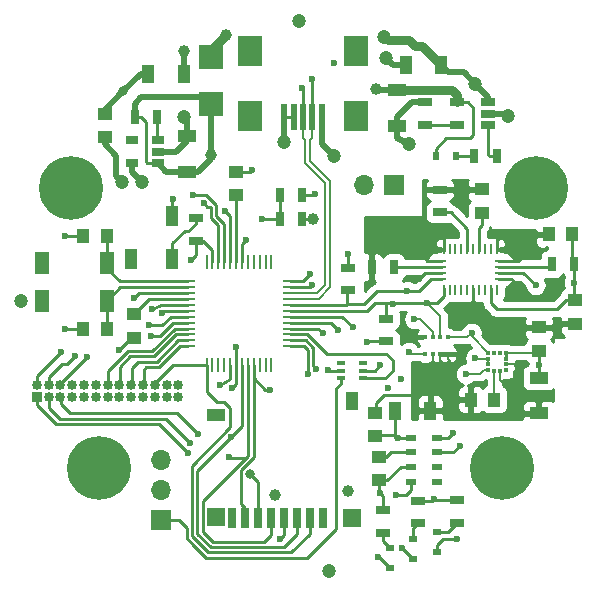
<source format=gbr>
G04 #@! TF.GenerationSoftware,KiCad,Pcbnew,(5.1.0)-1*
G04 #@! TF.CreationDate,2019-04-30T23:23:29-05:00*
G04 #@! TF.ProjectId,Avionics Board 1,4176696f-6e69-4637-9320-426f61726420,rev?*
G04 #@! TF.SameCoordinates,Original*
G04 #@! TF.FileFunction,Copper,L1,Top*
G04 #@! TF.FilePolarity,Positive*
%FSLAX46Y46*%
G04 Gerber Fmt 4.6, Leading zero omitted, Abs format (unit mm)*
G04 Created by KiCad (PCBNEW (5.1.0)-1) date 2019-04-30 23:23:29*
%MOMM*%
%LPD*%
G04 APERTURE LIST*
%ADD10R,0.350000X0.350000*%
%ADD11O,0.850000X0.850000*%
%ADD12R,0.850000X0.850000*%
%ADD13R,0.900000X0.250000*%
%ADD14R,0.250000X0.900000*%
%ADD15R,1.300000X0.700000*%
%ADD16R,1.000000X1.700000*%
%ADD17R,1.000000X1.250000*%
%ADD18R,1.600000X1.000000*%
%ADD19R,1.250000X1.000000*%
%ADD20R,1.000000X1.600000*%
%ADD21R,2.000000X2.000000*%
%ADD22R,0.600000X0.800000*%
%ADD23R,0.800000X0.600000*%
%ADD24R,0.500000X2.300000*%
%ADD25R,2.000000X2.500000*%
%ADD26C,5.400000*%
%ADD27R,1.700000X1.700000*%
%ADD28O,1.700000X1.700000*%
%ADD29R,0.700000X1.300000*%
%ADD30R,1.300000X1.900000*%
%ADD31R,1.060000X0.650000*%
%ADD32R,1.300000X0.250000*%
%ADD33R,0.250000X1.300000*%
%ADD34R,1.220000X0.650000*%
%ADD35R,0.950000X0.550000*%
%ADD36R,0.650000X0.400000*%
%ADD37R,0.700000X1.750000*%
%ADD38R,1.500000X1.500000*%
%ADD39R,1.000000X1.550000*%
%ADD40R,1.500000X1.000000*%
%ADD41R,0.350000X0.375000*%
%ADD42R,0.375000X0.350000*%
%ADD43C,0.800000*%
%ADD44C,1.000000*%
%ADD45C,0.600000*%
%ADD46C,1.200000*%
%ADD47C,0.250000*%
%ADD48C,0.500000*%
%ADD49C,0.150000*%
%ADD50C,0.750000*%
%ADD51C,0.200000*%
%ADD52C,0.254000*%
G04 APERTURE END LIST*
D10*
X55580280Y-105923080D03*
X56230280Y-105923080D03*
X56880280Y-105923080D03*
X57530280Y-105923080D03*
X57530280Y-107373080D03*
X56880280Y-107373080D03*
X56230280Y-107373080D03*
X55580280Y-107373080D03*
D11*
X34700000Y-110000000D03*
X34700000Y-111000000D03*
X33700000Y-110000000D03*
X33700000Y-111000000D03*
X32700000Y-110000000D03*
X32700000Y-111000000D03*
X31700000Y-110000000D03*
X31700000Y-111000000D03*
X30700000Y-110000000D03*
X30700000Y-111000000D03*
X29700000Y-110000000D03*
X29700000Y-111000000D03*
X28700000Y-110000000D03*
X28700000Y-111000000D03*
X27700000Y-110000000D03*
X27700000Y-111000000D03*
X26700000Y-110000000D03*
X26700000Y-111000000D03*
X25700000Y-110000000D03*
X25700000Y-111000000D03*
X24700000Y-110000000D03*
X24700000Y-111000000D03*
X23700000Y-110000000D03*
X23700000Y-111000000D03*
X22700000Y-110000000D03*
D12*
X22700000Y-111000000D03*
D13*
X56886000Y-99481500D03*
X56886000Y-99981500D03*
X56886000Y-100481500D03*
X56886000Y-100981500D03*
X61916000Y-99481500D03*
X61916000Y-99981500D03*
X61916000Y-100481500D03*
X61916000Y-100981500D03*
D14*
X57146000Y-98519000D03*
X57646000Y-98519000D03*
X58146000Y-98519000D03*
X58646000Y-98519000D03*
X59146000Y-98519000D03*
X59646000Y-98519000D03*
X60146000Y-98519000D03*
X60646000Y-98519000D03*
X61146000Y-98519000D03*
X61646000Y-98519000D03*
X57146000Y-101944000D03*
X57646000Y-101944000D03*
X58146000Y-101944000D03*
X58646000Y-101944000D03*
X59146000Y-101944000D03*
X59646000Y-101944000D03*
X60146000Y-101944000D03*
X60646000Y-101944000D03*
X61146000Y-101944000D03*
X61646000Y-101944000D03*
D15*
X58293000Y-121638100D03*
X58293000Y-119738100D03*
D16*
X34190000Y-99322000D03*
X34190000Y-95722000D03*
X30690000Y-99322000D03*
D17*
X28632000Y-97360000D03*
X26632000Y-97360000D03*
X28632000Y-105234000D03*
X26632000Y-105234000D03*
D18*
X35440000Y-91922000D03*
X35440000Y-88922000D03*
D19*
X30934000Y-103980000D03*
X30934000Y-105980000D03*
D20*
X32140000Y-83622000D03*
X35140000Y-83622000D03*
D19*
X39540000Y-91922000D03*
X39540000Y-93922000D03*
X28440000Y-87022000D03*
X28440000Y-89022000D03*
D18*
X53240000Y-85022000D03*
X53240000Y-88022000D03*
D19*
X51302920Y-114329720D03*
X51302920Y-112329720D03*
D20*
X53008400Y-112156240D03*
X56008400Y-112156240D03*
D19*
X51690000Y-116072000D03*
X51690000Y-118072000D03*
D20*
X56940000Y-82922000D03*
X53940000Y-82922000D03*
D19*
X60376000Y-93428000D03*
X60376000Y-95428000D03*
X68250000Y-102826000D03*
X68250000Y-104826000D03*
D17*
X68040000Y-97222000D03*
X66040000Y-97222000D03*
D21*
X37440000Y-86222000D03*
X37440000Y-82222000D03*
D22*
X58190000Y-90622000D03*
X56490000Y-90622000D03*
D23*
X52593240Y-123777640D03*
X52593240Y-125477640D03*
X54584600Y-123051200D03*
X54584600Y-124751200D03*
X56553100Y-122416200D03*
X56553100Y-124116200D03*
D24*
X46840000Y-87322000D03*
X46040000Y-87322000D03*
X45240000Y-87322000D03*
X44440000Y-87322000D03*
X43640000Y-87322000D03*
D25*
X49690000Y-87222000D03*
X49690000Y-81722000D03*
X40790000Y-87222000D03*
X40790000Y-81722000D03*
D26*
X64940000Y-93322000D03*
X62100000Y-117000000D03*
X25640000Y-93322000D03*
X28000000Y-117000000D03*
D27*
X52940000Y-93022000D03*
D28*
X50400000Y-93022000D03*
D29*
X32890000Y-87322000D03*
X30990000Y-87322000D03*
D15*
X36140000Y-95872000D03*
X36140000Y-97772000D03*
D29*
X61650000Y-90622000D03*
X59750000Y-90622000D03*
D15*
X51978560Y-122504240D03*
X51978560Y-120604240D03*
X54978300Y-121701600D03*
X54978300Y-119801600D03*
X49040000Y-100072000D03*
X49040000Y-101972000D03*
X52240000Y-106272000D03*
X52240000Y-104372000D03*
X55550000Y-87968000D03*
X55550000Y-86068000D03*
D29*
X45188000Y-95906000D03*
X43288000Y-95906000D03*
X43288000Y-93874000D03*
X45188000Y-93874000D03*
X52944000Y-100016000D03*
X51044000Y-100016000D03*
D15*
X56820000Y-93478000D03*
X56820000Y-95378000D03*
D29*
X68184000Y-99762000D03*
X66284000Y-99762000D03*
D30*
X28648000Y-99646000D03*
X23148000Y-99646000D03*
X23148000Y-102846000D03*
X28648000Y-102846000D03*
D31*
X32945000Y-91183000D03*
X32945000Y-90233000D03*
X32945000Y-89283000D03*
X30745000Y-89283000D03*
X30745000Y-91183000D03*
D32*
X35474000Y-101214000D03*
X35474000Y-101714000D03*
X35474000Y-102214000D03*
X35474000Y-102714000D03*
X35474000Y-103214000D03*
X35474000Y-103714000D03*
X35474000Y-104214000D03*
X35474000Y-104714000D03*
X35474000Y-105214000D03*
X35474000Y-105714000D03*
X35474000Y-106214000D03*
X35474000Y-106714000D03*
D33*
X37074000Y-108314000D03*
X37574000Y-108314000D03*
X38074000Y-108314000D03*
X38574000Y-108314000D03*
X39074000Y-108314000D03*
X39574000Y-108314000D03*
X40074000Y-108314000D03*
X40574000Y-108314000D03*
X41074000Y-108314000D03*
X41574000Y-108314000D03*
X42074000Y-108314000D03*
X42574000Y-108314000D03*
D32*
X44174000Y-106714000D03*
X44174000Y-106214000D03*
X44174000Y-105714000D03*
X44174000Y-105214000D03*
X44174000Y-104714000D03*
X44174000Y-104214000D03*
X44174000Y-103714000D03*
X44174000Y-103214000D03*
X44174000Y-102714000D03*
X44174000Y-102214000D03*
X44174000Y-101714000D03*
X44174000Y-101214000D03*
D33*
X42574000Y-99614000D03*
X42074000Y-99614000D03*
X41574000Y-99614000D03*
X41074000Y-99614000D03*
X40574000Y-99614000D03*
X40074000Y-99614000D03*
X39574000Y-99614000D03*
X39074000Y-99614000D03*
X38574000Y-99614000D03*
X38074000Y-99614000D03*
X37574000Y-99614000D03*
X37074000Y-99614000D03*
D34*
X60924000Y-87968000D03*
X60924000Y-87018000D03*
X60924000Y-86068000D03*
X58304000Y-86068000D03*
X58304000Y-87968000D03*
D35*
X54395000Y-118197000D03*
X54395000Y-114447000D03*
X54395000Y-115697000D03*
X54395000Y-116947000D03*
X56545000Y-114447000D03*
X56545000Y-115697000D03*
X56545000Y-116947000D03*
X56545000Y-118197000D03*
D27*
X33223200Y-121406920D03*
D28*
X33223200Y-118866920D03*
X33223200Y-116326920D03*
D36*
X50322520Y-109422960D03*
X50322520Y-108122960D03*
X48422520Y-108772960D03*
X50322520Y-108772960D03*
X48422520Y-108122960D03*
X48422520Y-109422960D03*
D37*
X39254800Y-121295160D03*
X40354800Y-121295160D03*
X41454800Y-121295160D03*
X42554800Y-121295160D03*
X43654800Y-121295160D03*
X44754800Y-121295160D03*
X45854800Y-121295160D03*
X46954800Y-121295160D03*
D38*
X37854800Y-121195160D03*
X49404800Y-121295160D03*
D39*
X49414800Y-111370160D03*
D40*
X37854800Y-112570160D03*
D17*
X59436760Y-111226600D03*
X61436760Y-111226600D03*
D19*
X65211960Y-107106720D03*
X65211960Y-105106720D03*
D18*
X65211960Y-109376080D03*
X65211960Y-112376080D03*
D41*
X61436440Y-107243380D03*
X61936440Y-107243380D03*
X61936440Y-108768380D03*
X61436440Y-108768380D03*
D42*
X62448940Y-107255880D03*
X60923940Y-107255880D03*
X62448940Y-108755880D03*
X60923940Y-108755880D03*
X62448940Y-108255880D03*
X62448940Y-107755880D03*
X60923940Y-108255880D03*
X60923940Y-107755880D03*
D43*
X40740000Y-117522000D03*
D44*
X42840000Y-119322000D03*
D45*
X29640000Y-107022000D03*
X40440000Y-97722000D03*
X46040000Y-101522000D03*
X40940000Y-91822000D03*
X34240000Y-94222000D03*
X51740000Y-119122000D03*
D46*
X43640000Y-89422000D03*
D45*
X46240000Y-93822000D03*
D46*
X35140000Y-87322000D03*
X29940000Y-92822000D03*
D44*
X35140000Y-81722000D03*
D45*
X56311800Y-119621300D03*
D46*
X52240000Y-82322000D03*
X62640000Y-87222000D03*
X54240000Y-89622000D03*
D45*
X39570000Y-106758000D03*
X32440000Y-103522000D03*
X25092000Y-97360000D03*
X25092000Y-105234000D03*
X59106000Y-103572000D03*
X55042000Y-101032000D03*
X55296000Y-99000000D03*
X57074000Y-97476000D03*
X63932000Y-99000000D03*
X61900000Y-97476000D03*
X63424000Y-102302000D03*
D46*
X21390000Y-102872000D03*
D45*
X39240000Y-110222000D03*
D46*
X44900000Y-79200000D03*
D45*
X51800760Y-108310680D03*
X57715000Y-111668560D03*
X54787800Y-108818680D03*
X63124080Y-112379760D03*
X61716920Y-105105200D03*
X54102000Y-105791000D03*
X47840000Y-82722000D03*
D44*
X51440000Y-84922000D03*
D46*
X47840000Y-90622000D03*
D44*
X37440000Y-90522000D03*
D46*
X47401480Y-125724920D03*
D45*
X45840000Y-100622000D03*
X49040000Y-98922000D03*
X68184000Y-101322000D03*
X64940000Y-101522000D03*
X33340000Y-103922000D03*
X38640000Y-95222000D03*
X50640000Y-106322000D03*
D43*
X30040000Y-85122000D03*
D45*
X53140000Y-119322000D03*
X38240000Y-110022000D03*
D46*
X31640000Y-92822000D03*
D45*
X53247000Y-114447000D03*
X47381160Y-108727240D03*
X43327320Y-123012200D03*
X59827160Y-107690920D03*
X65211960Y-108285280D03*
X54193440Y-107172760D03*
X54652078Y-104417962D03*
D44*
X38740000Y-80322000D03*
D46*
X52140000Y-80522000D03*
D44*
X46100000Y-95922000D03*
D46*
X59840000Y-84522000D03*
D44*
X49022000Y-118948200D03*
D45*
X46940000Y-105622000D03*
X51612800Y-124576840D03*
X48240000Y-105322000D03*
X53645608Y-123811492D03*
X49440000Y-105122000D03*
X58293000Y-123050300D03*
X46040000Y-84122000D03*
X45140000Y-84822000D03*
X39141400Y-114437160D03*
X36337240Y-114147600D03*
X38968680Y-116123720D03*
X35692080Y-114940080D03*
X35514280Y-115773200D03*
X42453560Y-110388400D03*
X45640000Y-109022000D03*
X46340000Y-108622000D03*
X52840000Y-103122000D03*
X52440000Y-110222000D03*
X55740000Y-103022000D03*
X58540000Y-115122000D03*
X59040000Y-109067360D03*
X53540000Y-109522000D03*
X54040000Y-102022000D03*
X57940000Y-114022000D03*
X59522360Y-105557320D03*
X26940000Y-107622000D03*
X35740000Y-99422000D03*
X25940000Y-107522000D03*
X36840000Y-94622000D03*
X35940000Y-93922000D03*
X24740000Y-107222000D03*
X41740000Y-95922000D03*
X30940000Y-102622000D03*
X32240000Y-104922000D03*
X32340000Y-105822000D03*
X56896000Y-108625640D03*
D47*
X36140000Y-95872000D02*
X36140000Y-96322000D01*
X34190000Y-97972000D02*
X34190000Y-99322000D01*
X35240000Y-96922000D02*
X34190000Y-97972000D01*
X35540000Y-96922000D02*
X35240000Y-96922000D01*
X36140000Y-96322000D02*
X35540000Y-96922000D01*
X30934000Y-105980000D02*
X30682000Y-105980000D01*
X30682000Y-105980000D02*
X29640000Y-107022000D01*
X40074000Y-98088000D02*
X40440000Y-97722000D01*
X40074000Y-99614000D02*
X40074000Y-98088000D01*
X45848000Y-101714000D02*
X46040000Y-101522000D01*
X45848000Y-101714000D02*
X44174000Y-101714000D01*
X39540000Y-91922000D02*
X40840000Y-91922000D01*
X40840000Y-91922000D02*
X40940000Y-91822000D01*
X34190000Y-95722000D02*
X34190000Y-94272000D01*
X34190000Y-94272000D02*
X34240000Y-94222000D01*
X51690000Y-118072000D02*
X51690000Y-119072000D01*
X51690000Y-119072000D02*
X51740000Y-119122000D01*
D48*
X43640000Y-87322000D02*
X43640000Y-89422000D01*
D47*
X43640000Y-87322000D02*
X44440000Y-87322000D01*
X45188000Y-93874000D02*
X46188000Y-93874000D01*
X46188000Y-93874000D02*
X46240000Y-93822000D01*
D48*
X35440000Y-88922000D02*
X35440000Y-87622000D01*
X35440000Y-87622000D02*
X35140000Y-87322000D01*
X28440000Y-89022000D02*
X28440000Y-89622000D01*
X29440000Y-92322000D02*
X29940000Y-92822000D01*
X29440000Y-90622000D02*
X29440000Y-92322000D01*
X28440000Y-89622000D02*
X29440000Y-90622000D01*
X35140000Y-83622000D02*
X35140000Y-81722000D01*
D47*
X51690000Y-118072000D02*
X52390000Y-118072000D01*
X53515000Y-116947000D02*
X54395000Y-116947000D01*
X52390000Y-118072000D02*
X53515000Y-116947000D01*
D48*
X53240000Y-88022000D02*
X53240000Y-87322000D01*
X54494000Y-86068000D02*
X55550000Y-86068000D01*
X53240000Y-87322000D02*
X54494000Y-86068000D01*
X53940000Y-82922000D02*
X52840000Y-82922000D01*
X52840000Y-82922000D02*
X52240000Y-82322000D01*
X60924000Y-87018000D02*
X62436000Y-87018000D01*
X62436000Y-87018000D02*
X62640000Y-87222000D01*
X53240000Y-89122000D02*
X54240000Y-89622000D01*
X53240000Y-88022000D02*
X53240000Y-89122000D01*
X32945000Y-90233000D02*
X34529000Y-90233000D01*
X34529000Y-90233000D02*
X35440000Y-89322000D01*
X35440000Y-89322000D02*
X35440000Y-88922000D01*
D47*
X39574000Y-108314000D02*
X39574000Y-106762000D01*
X39574000Y-106762000D02*
X39570000Y-106758000D01*
X33474000Y-103214000D02*
X33208000Y-103214000D01*
X33208000Y-103214000D02*
X32440000Y-103522000D01*
X35474000Y-103214000D02*
X33474000Y-103214000D01*
X33474000Y-103214000D02*
X33462000Y-103214000D01*
X30934000Y-105980000D02*
X30696000Y-105980000D01*
X26632000Y-97360000D02*
X25092000Y-97360000D01*
X26632000Y-105234000D02*
X25092000Y-105234000D01*
X59646000Y-101794000D02*
X59646000Y-103032000D01*
X59646000Y-103032000D02*
X59106000Y-103572000D01*
X57036000Y-100481500D02*
X55592500Y-100481500D01*
X55592500Y-100481500D02*
X55042000Y-101032000D01*
X57036000Y-99481500D02*
X55777500Y-99481500D01*
X55777500Y-99481500D02*
X55296000Y-99000000D01*
X57146000Y-98669000D02*
X57146000Y-97548000D01*
X57146000Y-97548000D02*
X57074000Y-97476000D01*
X61766000Y-99481500D02*
X63450500Y-99481500D01*
X63450500Y-99481500D02*
X63932000Y-99000000D01*
X61646000Y-98669000D02*
X61646000Y-97730000D01*
X61646000Y-97730000D02*
X61900000Y-97476000D01*
X61766000Y-100981500D02*
X62865500Y-100981500D01*
X63424000Y-101540000D02*
X63424000Y-102302000D01*
X62865500Y-100981500D02*
X63424000Y-101540000D01*
D48*
X53264000Y-88022000D02*
X53240000Y-88022000D01*
D47*
X39574000Y-108314000D02*
X39574000Y-109888000D01*
X39574000Y-109888000D02*
X39240000Y-110222000D01*
X56771000Y-98519000D02*
X56740500Y-98488500D01*
X56771000Y-98519000D02*
X57146000Y-98519000D01*
X56428600Y-119738100D02*
X56311800Y-119621300D01*
X58293000Y-119738100D02*
X56428600Y-119738100D01*
X56283900Y-119649200D02*
X56311800Y-119621300D01*
X56131500Y-119801600D02*
X56311800Y-119621300D01*
X54978300Y-119801600D02*
X56131500Y-119801600D01*
X51978560Y-119360560D02*
X51740000Y-119122000D01*
X51978560Y-120604240D02*
X51978560Y-119360560D01*
X51273000Y-112122000D02*
X51409600Y-112258600D01*
X50322520Y-108772960D02*
X51338480Y-108772960D01*
X51338480Y-108772960D02*
X51800760Y-108310680D01*
X52071199Y-110847001D02*
X54506999Y-110847001D01*
X51409600Y-112258600D02*
X51409600Y-111508600D01*
X51409600Y-111508600D02*
X52071199Y-110847001D01*
X41412520Y-118194520D02*
X40740000Y-117522000D01*
X41412520Y-121498360D02*
X41412520Y-118194520D01*
X59436760Y-111226600D02*
X58156960Y-111226600D01*
X58156960Y-111226600D02*
X57715000Y-111668560D01*
X65211960Y-112376080D02*
X63127760Y-112376080D01*
X63127760Y-112376080D02*
X63124080Y-112379760D01*
X63344040Y-105106720D02*
X65211960Y-105106720D01*
X61716920Y-105105200D02*
X63344040Y-105106720D01*
X56008400Y-110039280D02*
X56008400Y-110440600D01*
X54787800Y-108818680D02*
X56008400Y-110039280D01*
X56008400Y-112156240D02*
X56008400Y-110440600D01*
D49*
X55580280Y-105923080D02*
X54234080Y-105923080D01*
D47*
X54234080Y-105923080D02*
X54102000Y-105791000D01*
D49*
X56230280Y-107373080D02*
X56230280Y-108427280D01*
D47*
X35474000Y-101214000D02*
X29708000Y-101214000D01*
X29708000Y-101214000D02*
X28648000Y-100154000D01*
X28648000Y-100154000D02*
X28648000Y-99646000D01*
X28632000Y-97360000D02*
X28632000Y-99630000D01*
X28632000Y-99630000D02*
X28648000Y-99646000D01*
X35474000Y-101714000D02*
X29780000Y-101714000D01*
X29780000Y-101714000D02*
X28648000Y-102846000D01*
X28632000Y-105234000D02*
X28632000Y-102862000D01*
X28632000Y-102862000D02*
X28648000Y-102846000D01*
D48*
X53240000Y-85022000D02*
X51540000Y-85022000D01*
X51540000Y-85022000D02*
X51440000Y-84922000D01*
D47*
X56490000Y-90622000D02*
X56490000Y-89972000D01*
X59186000Y-86068000D02*
X58304000Y-86068000D01*
X59640000Y-86522000D02*
X59186000Y-86068000D01*
X59640000Y-88822000D02*
X59640000Y-86522000D01*
X59340000Y-89122000D02*
X59640000Y-88822000D01*
X57340000Y-89122000D02*
X59340000Y-89122000D01*
X56490000Y-89972000D02*
X57340000Y-89122000D01*
D48*
X46840000Y-87322000D02*
X46840000Y-89622000D01*
X46840000Y-89622000D02*
X47840000Y-90622000D01*
X30990000Y-87322000D02*
X30990000Y-86172000D01*
X31540000Y-85622000D02*
X36840000Y-85622000D01*
X30990000Y-86172000D02*
X31540000Y-85622000D01*
X36840000Y-85622000D02*
X37440000Y-86222000D01*
X35440000Y-91922000D02*
X36340000Y-91922000D01*
X37440000Y-90822000D02*
X37440000Y-90522000D01*
X37440000Y-90522000D02*
X37440000Y-86222000D01*
X36340000Y-91922000D02*
X37440000Y-90822000D01*
X35440000Y-91922000D02*
X33684000Y-91922000D01*
X33684000Y-91922000D02*
X32945000Y-91183000D01*
D47*
X32945000Y-91183000D02*
X32001000Y-91183000D01*
X31540000Y-87322000D02*
X30990000Y-87322000D01*
X31940000Y-87722000D02*
X31540000Y-87322000D01*
X31940000Y-91122000D02*
X31940000Y-87722000D01*
X32001000Y-91183000D02*
X31940000Y-91122000D01*
D50*
X53240000Y-85022000D02*
X57860000Y-85010000D01*
X58304000Y-85454000D02*
X58304000Y-86068000D01*
X57860000Y-85010000D02*
X58304000Y-85454000D01*
D47*
X32712000Y-102714000D02*
X32200000Y-102714000D01*
X32200000Y-102714000D02*
X30934000Y-103980000D01*
X32692000Y-102714000D02*
X32712000Y-102714000D01*
X32712000Y-102714000D02*
X35474000Y-102714000D01*
X45248000Y-101214000D02*
X45840000Y-100622000D01*
X44174000Y-101214000D02*
X45248000Y-101214000D01*
X49040000Y-98922000D02*
X49040000Y-100072000D01*
X61766000Y-100481500D02*
X63899500Y-100481500D01*
X63899500Y-100481500D02*
X64940000Y-101522000D01*
X35474000Y-103714000D02*
X33548000Y-103714000D01*
X33548000Y-103714000D02*
X33340000Y-103922000D01*
X38640000Y-95222000D02*
X39074000Y-95656000D01*
X39074000Y-96332000D02*
X39074000Y-99614000D01*
X39074000Y-96332000D02*
X39074000Y-95656000D01*
X52240000Y-106272000D02*
X50690000Y-106272000D01*
X50690000Y-106272000D02*
X50640000Y-106322000D01*
D48*
X28440000Y-87022000D02*
X28440000Y-86722000D01*
X28440000Y-86722000D02*
X30040000Y-85122000D01*
X30040000Y-85122000D02*
X31540000Y-83622000D01*
X31540000Y-83622000D02*
X32140000Y-83622000D01*
D47*
X54395000Y-118197000D02*
X54395000Y-118867000D01*
X53940000Y-119322000D02*
X53140000Y-119322000D01*
X54395000Y-118867000D02*
X53940000Y-119322000D01*
X52990000Y-112072000D02*
X52990000Y-114447000D01*
X68040000Y-97222000D02*
X68040000Y-99618000D01*
X68040000Y-99618000D02*
X68184000Y-99762000D01*
X68184000Y-99762000D02*
X68184000Y-101322000D01*
X68184000Y-101322000D02*
X68184000Y-102760000D01*
X68184000Y-102760000D02*
X68250000Y-102826000D01*
X61146000Y-101794000D02*
X61146000Y-103072000D01*
X67472000Y-102826000D02*
X68250000Y-102826000D01*
X66726000Y-103572000D02*
X67472000Y-102826000D01*
X61646000Y-103572000D02*
X66726000Y-103572000D01*
X61146000Y-103072000D02*
X61646000Y-103572000D01*
X39074000Y-109488000D02*
X39074000Y-108314000D01*
X38240000Y-110022000D02*
X39074000Y-109488000D01*
D48*
X30745000Y-91927000D02*
X30745000Y-91183000D01*
X31640000Y-92822000D02*
X30745000Y-91927000D01*
D47*
X53247000Y-114447000D02*
X53090000Y-114447000D01*
X54395000Y-114447000D02*
X53247000Y-114447000D01*
X53058600Y-114258600D02*
X53247000Y-114447000D01*
X51409600Y-114258600D02*
X53058600Y-114258600D01*
X48422520Y-108772960D02*
X47426880Y-108772960D01*
X47426880Y-108772960D02*
X47381160Y-108727240D01*
X43612520Y-121498360D02*
X43612520Y-122727000D01*
X43612520Y-122727000D02*
X43327320Y-123012200D01*
D49*
X60923940Y-108255880D02*
X60923940Y-107755880D01*
X60923940Y-107755880D02*
X59892120Y-107755880D01*
D47*
X59892120Y-107755880D02*
X59827160Y-107690920D01*
X62448940Y-107755880D02*
X62448940Y-107255880D01*
X65062800Y-107255880D02*
X65211960Y-107106720D01*
D49*
X62448940Y-107255880D02*
X65062800Y-107255880D01*
D47*
X65211960Y-108285280D02*
X65211960Y-107106720D01*
X65211960Y-109376080D02*
X65211960Y-108285280D01*
D49*
X55580280Y-107373080D02*
X54393760Y-107373080D01*
X54393760Y-107373080D02*
X54193440Y-107172760D01*
X55150162Y-104417962D02*
X54652078Y-104417962D01*
X56230280Y-105923080D02*
X56230280Y-105498080D01*
X56230280Y-105498080D02*
X55150162Y-104417962D01*
D47*
X39574000Y-99614000D02*
X39574000Y-93956000D01*
X39574000Y-93956000D02*
X39540000Y-93922000D01*
X51690000Y-116072000D02*
X52290000Y-116072000D01*
X52290000Y-116072000D02*
X52665000Y-115697000D01*
X52665000Y-115697000D02*
X54395000Y-115697000D01*
D50*
X37440000Y-82222000D02*
X37440000Y-81622000D01*
X37440000Y-81622000D02*
X38740000Y-80322000D01*
X52140000Y-80522000D02*
X52440000Y-80822000D01*
X52440000Y-80822000D02*
X54240000Y-80822000D01*
X54240000Y-80822000D02*
X54740000Y-81322000D01*
X54740000Y-81322000D02*
X55340000Y-81322000D01*
X55340000Y-81322000D02*
X56940000Y-82922000D01*
D47*
X45188000Y-95906000D02*
X46324000Y-95906000D01*
X46324000Y-95906000D02*
X46340000Y-95922000D01*
D48*
X60924000Y-86068000D02*
X60924000Y-85606000D01*
X57540000Y-83522000D02*
X56940000Y-82922000D01*
X58840000Y-83522000D02*
X57540000Y-83522000D01*
X60924000Y-85606000D02*
X59840000Y-84522000D01*
X59840000Y-84522000D02*
X58840000Y-83522000D01*
D47*
X60146000Y-98669000D02*
X60146000Y-96690000D01*
X60376000Y-96460000D02*
X60376000Y-95428000D01*
X60146000Y-96690000D02*
X60376000Y-96460000D01*
X58190000Y-90622000D02*
X59750000Y-90622000D01*
X51978560Y-123162960D02*
X52593240Y-123777640D01*
X51978560Y-122504240D02*
X51978560Y-123162960D01*
X46532000Y-105214000D02*
X44174000Y-105214000D01*
X46940000Y-105622000D02*
X46532000Y-105214000D01*
X51692440Y-124576840D02*
X52593240Y-125477640D01*
X51612800Y-124576840D02*
X51692440Y-124576840D01*
X54584600Y-122095300D02*
X54978300Y-121701600D01*
X54584600Y-123051200D02*
X54584600Y-122095300D01*
X48240000Y-105322000D02*
X47632000Y-104714000D01*
X47632000Y-104714000D02*
X44174000Y-104714000D01*
X53645608Y-123812208D02*
X54584600Y-124751200D01*
X53645608Y-123811492D02*
X53645608Y-123812208D01*
X57514900Y-122416200D02*
X58293000Y-121638100D01*
X56553100Y-122416200D02*
X57514900Y-122416200D01*
X48532000Y-104214000D02*
X44174000Y-104214000D01*
X49440000Y-105122000D02*
X48532000Y-104214000D01*
X56553100Y-123566200D02*
X56553100Y-124116200D01*
X57069000Y-123050300D02*
X56553100Y-123566200D01*
X58293000Y-123050300D02*
X57069000Y-123050300D01*
X46040000Y-84122000D02*
X46040000Y-87322000D01*
D51*
X45865000Y-89222001D02*
X45865000Y-91028800D01*
X46040000Y-89047001D02*
X45865000Y-89222001D01*
X46040000Y-87322000D02*
X46040000Y-89047001D01*
X45865000Y-91028800D02*
X47565000Y-92728800D01*
X47565000Y-92728800D02*
X47565000Y-101715200D01*
X45149001Y-102714000D02*
X44174000Y-102714000D01*
X45174001Y-102689000D02*
X45149001Y-102714000D01*
X47565000Y-101715200D02*
X46591200Y-102689000D01*
X46591200Y-102689000D02*
X45174001Y-102689000D01*
D47*
X45240000Y-87322000D02*
X45240000Y-84922000D01*
X45240000Y-84922000D02*
X45140000Y-84822000D01*
D51*
X45415000Y-89222001D02*
X45415000Y-91215200D01*
X45240000Y-87322000D02*
X45240000Y-89047001D01*
X45240000Y-89047001D02*
X45415000Y-89222001D01*
X45415000Y-91215200D02*
X47115000Y-92915200D01*
X47115000Y-92915200D02*
X47115000Y-101528800D01*
X46404800Y-102239000D02*
X45174001Y-102239000D01*
X47115000Y-101528800D02*
X46404800Y-102239000D01*
X45174001Y-102239000D02*
X45149001Y-102214000D01*
X45149001Y-102214000D02*
X44174000Y-102214000D01*
D47*
X34520820Y-105714000D02*
X32662810Y-107572010D01*
X35474000Y-105714000D02*
X34520820Y-105714000D01*
X32662810Y-107572010D02*
X30626400Y-107572010D01*
X29740000Y-108458410D02*
X29740000Y-109922000D01*
X30626400Y-107572010D02*
X29740000Y-108458410D01*
X34657230Y-106214000D02*
X32849210Y-108022020D01*
X35474000Y-106214000D02*
X34657230Y-106214000D01*
X32849210Y-108022020D02*
X31239980Y-108022020D01*
X30740000Y-108522000D02*
X30740000Y-109922000D01*
X31239980Y-108022020D02*
X30740000Y-108522000D01*
X34793640Y-106714000D02*
X33035610Y-108472030D01*
X35474000Y-106714000D02*
X34793640Y-106714000D01*
X33035610Y-108472030D02*
X31989970Y-108472030D01*
X31740000Y-108722000D02*
X31740000Y-109922000D01*
X31989970Y-108472030D02*
X31740000Y-108722000D01*
X39189240Y-114389320D02*
X39141400Y-114437160D01*
X24740000Y-111623040D02*
X24740000Y-111022000D01*
X25517040Y-112400080D02*
X24740000Y-111623040D01*
X36337240Y-114147600D02*
X34589720Y-112400080D01*
X34589720Y-112400080D02*
X25517040Y-112400080D01*
X40074000Y-113504560D02*
X39141400Y-114437160D01*
X40074000Y-108314000D02*
X40074000Y-113504560D01*
X36687760Y-116890800D02*
X39141400Y-114437160D01*
X44712520Y-121498360D02*
X44712520Y-122623360D01*
X44712520Y-122623360D02*
X43614590Y-123721290D01*
X37414038Y-123721290D02*
X36287510Y-122594762D01*
X36287510Y-122594762D02*
X36287509Y-117291051D01*
X43614590Y-123721290D02*
X37414038Y-123721290D01*
X36287509Y-117291051D02*
X36687760Y-116890800D01*
X23740000Y-111623040D02*
X23740000Y-111022000D01*
X23740000Y-111940000D02*
X23740000Y-111623040D01*
X42512520Y-122709400D02*
X42512520Y-121498360D01*
X36737519Y-119815069D02*
X36737519Y-122408361D01*
X36737519Y-122408361D02*
X37600438Y-123271280D01*
X40574000Y-108314000D02*
X40574000Y-115978588D01*
X37600438Y-123271280D02*
X41950640Y-123271280D01*
X41950640Y-123271280D02*
X42512520Y-122709400D01*
X39020594Y-116175634D02*
X38968680Y-116123720D01*
X40376954Y-116175634D02*
X39020594Y-116175634D01*
X40376954Y-116175634D02*
X36737519Y-119815069D01*
X40574000Y-115978588D02*
X40376954Y-116175634D01*
X35692080Y-114940080D02*
X33602090Y-112850090D01*
X24650090Y-112850090D02*
X23740000Y-111940000D01*
X33602090Y-112850090D02*
X24650090Y-112850090D01*
X22740000Y-111697000D02*
X22740000Y-111022000D01*
X40312520Y-120373360D02*
X40312520Y-121498360D01*
X40014999Y-120075839D02*
X40312520Y-120373360D01*
X40014999Y-117173999D02*
X40014999Y-120075839D01*
X41074000Y-116114998D02*
X40014999Y-117173999D01*
X22740000Y-111697000D02*
X22751280Y-111697000D01*
X24354380Y-113300100D02*
X24463690Y-113300100D01*
X22751280Y-111697000D02*
X24354380Y-113300100D01*
X24463690Y-113300100D02*
X33031020Y-113300100D01*
X33031020Y-113300100D02*
X35504120Y-115773200D01*
X35504120Y-115773200D02*
X35514280Y-115773200D01*
X41074000Y-109433104D02*
X41074000Y-109116200D01*
X42029296Y-110388400D02*
X41074000Y-109433104D01*
X42453560Y-110388400D02*
X42029296Y-110388400D01*
X41074000Y-108314000D02*
X41074000Y-109116200D01*
X41074000Y-109116200D02*
X41074000Y-116114998D01*
X44174000Y-106714000D02*
X45332000Y-106714000D01*
X45640000Y-107022000D02*
X45640000Y-109022000D01*
X45332000Y-106714000D02*
X45640000Y-107022000D01*
X44174000Y-106214000D02*
X45468398Y-106214000D01*
X46090002Y-108372002D02*
X46340000Y-108622000D01*
X46090002Y-106835604D02*
X46090002Y-108372002D01*
X45468398Y-106214000D02*
X46090002Y-106835604D01*
X52840000Y-103122000D02*
X52840000Y-103064000D01*
X52840000Y-103064000D02*
X52840000Y-103122000D01*
X52840000Y-103122000D02*
X52840000Y-103064000D01*
X56545000Y-115697000D02*
X57965000Y-115697000D01*
X55740000Y-103022000D02*
X55740000Y-103064000D01*
X57965000Y-115697000D02*
X58540000Y-115122000D01*
X50074000Y-103714000D02*
X50648000Y-103714000D01*
X44174000Y-103714000D02*
X50074000Y-103714000D01*
X51298000Y-103064000D02*
X52248000Y-103064000D01*
X50648000Y-103714000D02*
X51298000Y-103064000D01*
X52240000Y-104372000D02*
X52248000Y-103064000D01*
X55296000Y-103064000D02*
X52840000Y-103064000D01*
X52840000Y-103064000D02*
X52248000Y-103064000D01*
X57146000Y-102484000D02*
X56566000Y-103064000D01*
X57146000Y-101794000D02*
X57146000Y-102484000D01*
X56566000Y-103064000D02*
X55740000Y-103064000D01*
X55740000Y-103064000D02*
X55296000Y-103064000D01*
D49*
X60545280Y-108755880D02*
X60923940Y-108755880D01*
X59040000Y-109067360D02*
X60233800Y-109067360D01*
X60233800Y-109067360D02*
X60545280Y-108755880D01*
X56880280Y-104162280D02*
X55740000Y-103022000D01*
X56880280Y-105923080D02*
X56880280Y-104162280D01*
D47*
X56545000Y-114447000D02*
X57515000Y-114447000D01*
X57515000Y-114447000D02*
X57940000Y-114022000D01*
X54040000Y-102022000D02*
X54040000Y-102048000D01*
X54040000Y-102048000D02*
X54040000Y-102022000D01*
X54040000Y-102022000D02*
X54040000Y-102048000D01*
X50590000Y-102972000D02*
X50440000Y-103122000D01*
X50440000Y-103122000D02*
X48940000Y-103122000D01*
X48940000Y-103122000D02*
X49040000Y-103122000D01*
X49040000Y-103122000D02*
X48940000Y-103122000D01*
X56108500Y-100981500D02*
X55042000Y-102048000D01*
X55042000Y-102048000D02*
X54040000Y-102048000D01*
X54040000Y-102048000D02*
X53518000Y-102048000D01*
X57036000Y-100981500D02*
X56108500Y-100981500D01*
X52502000Y-102048000D02*
X53518000Y-102048000D01*
X51514000Y-102048000D02*
X52502000Y-102048000D01*
X50566000Y-102996000D02*
X50590000Y-102972000D01*
X50590000Y-102972000D02*
X51514000Y-102048000D01*
X48940000Y-103214000D02*
X48940000Y-103122000D01*
X48940000Y-103214000D02*
X44174000Y-103214000D01*
X48940000Y-103122000D02*
X48940000Y-102072000D01*
X48940000Y-102072000D02*
X49040000Y-101972000D01*
D49*
X59522360Y-105854300D02*
X60923940Y-107255880D01*
X59522360Y-105557320D02*
X59522360Y-105854300D01*
X59156600Y-105923080D02*
X59522360Y-105557320D01*
X57530280Y-105923080D02*
X59156600Y-105923080D01*
D47*
X36699000Y-108314000D02*
X37074000Y-108314000D01*
X34237998Y-108314000D02*
X36699000Y-108314000D01*
X32740000Y-109811998D02*
X34237998Y-108314000D01*
X32740000Y-109922000D02*
X32740000Y-109811998D01*
X36140000Y-97772000D02*
X36140000Y-99022000D01*
X36140000Y-99022000D02*
X35740000Y-99422000D01*
X37574000Y-99614000D02*
X37574000Y-98556000D01*
X37574000Y-98556000D02*
X36790000Y-97772000D01*
X36790000Y-97772000D02*
X36140000Y-97772000D01*
X24740000Y-109822000D02*
X24740000Y-109922000D01*
X26940000Y-107622000D02*
X24740000Y-109822000D01*
X37440000Y-94922000D02*
X37140000Y-94922000D01*
X38074000Y-96456000D02*
X37440000Y-95822000D01*
X38074000Y-99614000D02*
X38074000Y-96456000D01*
X37440000Y-95822000D02*
X37440000Y-94922000D01*
X25940000Y-107522000D02*
X25240000Y-108222000D01*
X37140000Y-94922000D02*
X36840000Y-94622000D01*
X23740000Y-109320960D02*
X23740000Y-109922000D01*
X24838960Y-108222000D02*
X23740000Y-109320960D01*
X25240000Y-108222000D02*
X24838960Y-108222000D01*
X37908199Y-94753801D02*
X37026396Y-93871998D01*
X37908199Y-94753801D02*
X37908199Y-95653801D01*
X35990002Y-93871998D02*
X37026396Y-93871998D01*
X35940000Y-93922000D02*
X35990002Y-93871998D01*
X38574000Y-99614000D02*
X38574000Y-96319602D01*
X38574000Y-96319602D02*
X37908199Y-95653801D01*
X37908199Y-95653801D02*
X37890002Y-95635604D01*
X22700000Y-109262000D02*
X22700000Y-110000000D01*
X24740000Y-107222000D02*
X22700000Y-109262000D01*
X32890000Y-87322000D02*
X32890000Y-89228000D01*
X32890000Y-89228000D02*
X32945000Y-89283000D01*
X61050000Y-90622000D02*
X61650000Y-90622000D01*
X60924000Y-90496000D02*
X61050000Y-90622000D01*
X60924000Y-87968000D02*
X60924000Y-90496000D01*
X58304000Y-87968000D02*
X55550000Y-87968000D01*
X43288000Y-95906000D02*
X43288000Y-93874000D01*
X35474000Y-102214000D02*
X31348000Y-102214000D01*
X41756000Y-95906000D02*
X43288000Y-95906000D01*
X41740000Y-95922000D02*
X41756000Y-95906000D01*
X31348000Y-102214000D02*
X30940000Y-102622000D01*
X57036000Y-99981500D02*
X52978500Y-99981500D01*
X52978500Y-99981500D02*
X52944000Y-100016000D01*
X59146000Y-98669000D02*
X59146000Y-96754000D01*
X57770000Y-95378000D02*
X56820000Y-95378000D01*
X59146000Y-96754000D02*
X57770000Y-95378000D01*
X61766000Y-99981500D02*
X66064500Y-99981500D01*
X66064500Y-99981500D02*
X66284000Y-99762000D01*
X35474000Y-104214000D02*
X34048000Y-104214000D01*
X33340000Y-104922000D02*
X32240000Y-104922000D01*
X34048000Y-104214000D02*
X33340000Y-104922000D01*
X35474000Y-104714000D02*
X34248000Y-104714000D01*
X33140000Y-105822000D02*
X32340000Y-105822000D01*
X34248000Y-104714000D02*
X33140000Y-105822000D01*
X34384410Y-105214000D02*
X32476410Y-107122000D01*
X35474000Y-105214000D02*
X34384410Y-105214000D01*
X32476410Y-107122000D02*
X30440000Y-107122000D01*
X28740000Y-108822000D02*
X28740000Y-109922000D01*
X30440000Y-107122000D02*
X28740000Y-108822000D01*
X44174000Y-105714000D02*
X45604796Y-105714000D01*
X45604796Y-105714000D02*
X47240000Y-107349204D01*
X47240000Y-107349204D02*
X52276924Y-107349204D01*
X52276924Y-107349204D02*
X52842160Y-107914440D01*
X52842160Y-107914440D02*
X52842160Y-108778040D01*
X52197240Y-109422960D02*
X50322520Y-109422960D01*
X52842160Y-108778040D02*
X52197240Y-109422960D01*
X48422520Y-109422960D02*
X48297520Y-109422960D01*
X35387492Y-122087852D02*
X34706560Y-121406920D01*
X35387492Y-122967560D02*
X35387492Y-122087852D01*
X36004066Y-123584135D02*
X35387492Y-122967560D01*
X48422520Y-109422960D02*
X48422520Y-109872960D01*
X34706560Y-121406920D02*
X33223200Y-121406920D01*
X48026320Y-110269160D02*
X48026320Y-122194562D01*
X48026320Y-122194562D02*
X45593242Y-124627640D01*
X45593242Y-124627640D02*
X37047569Y-124627640D01*
X48422520Y-109872960D02*
X48026320Y-110269160D01*
X37047569Y-124627640D02*
X36004066Y-123584135D01*
D49*
X61436440Y-111226280D02*
X61436440Y-108768380D01*
D47*
X61436760Y-111226600D02*
X61436440Y-111226280D01*
D49*
X56880280Y-107373080D02*
X56880280Y-108609920D01*
D47*
X56880280Y-108609920D02*
X56896000Y-108625640D01*
X57531000Y-107372360D02*
X57530280Y-107373080D01*
D49*
X57530280Y-107798080D02*
X57520840Y-107807520D01*
X57530280Y-107373080D02*
X57530280Y-107798080D01*
D47*
X63124080Y-110764320D02*
X63124080Y-112379760D01*
D49*
X61935360Y-109575600D02*
X63124080Y-110764320D01*
X61935360Y-109206960D02*
X61935360Y-109575600D01*
X61936440Y-108768380D02*
X61936440Y-109205880D01*
X61936440Y-109205880D02*
X61935360Y-109206960D01*
X62886440Y-108255880D02*
X62887520Y-108254800D01*
X62448940Y-108255880D02*
X62886440Y-108255880D01*
X62887520Y-108254800D02*
X63154560Y-108254800D01*
D47*
X63154560Y-108254800D02*
X63423800Y-108524040D01*
X63124080Y-108823760D02*
X63124080Y-112379760D01*
X63423800Y-108524040D02*
X63124080Y-108823760D01*
X38529122Y-111409480D02*
X37937440Y-111409480D01*
X39090600Y-113562958D02*
X39090600Y-111970958D01*
X37074000Y-110546040D02*
X37074000Y-108314000D01*
X45812520Y-121498360D02*
X45812520Y-122623360D01*
X45812520Y-122623360D02*
X44264580Y-124171300D01*
X37937440Y-111409480D02*
X37074000Y-110546040D01*
X44264580Y-124171300D02*
X37227637Y-124171299D01*
X37227637Y-124171299D02*
X35837501Y-122781161D01*
X35837501Y-122781161D02*
X35837500Y-116816058D01*
X39090600Y-111970958D02*
X38529122Y-111409480D01*
X35837500Y-116816058D02*
X39090600Y-113562958D01*
D52*
G36*
X59484703Y-106820734D02*
G01*
X59384271Y-106862334D01*
X59231132Y-106964658D01*
X59100898Y-107094892D01*
X58998574Y-107248031D01*
X58928092Y-107418191D01*
X58892160Y-107598831D01*
X58892160Y-107783009D01*
X58928092Y-107963649D01*
X58997974Y-108132360D01*
X58947911Y-108132360D01*
X58767271Y-108168292D01*
X58597111Y-108238774D01*
X58443972Y-108341098D01*
X58313738Y-108471332D01*
X58211414Y-108624471D01*
X58140932Y-108794631D01*
X58105000Y-108975271D01*
X58105000Y-109159449D01*
X58140932Y-109340089D01*
X58211414Y-109510249D01*
X58313738Y-109663388D01*
X58443972Y-109793622D01*
X58597111Y-109895946D01*
X58767271Y-109966428D01*
X58813648Y-109975653D01*
X58812278Y-109975788D01*
X58692580Y-110012098D01*
X58582266Y-110071063D01*
X58485575Y-110150415D01*
X58406223Y-110247106D01*
X58347258Y-110357420D01*
X58310948Y-110477118D01*
X58298688Y-110601600D01*
X58301760Y-110940850D01*
X58460510Y-111099600D01*
X59309760Y-111099600D01*
X59309760Y-110125350D01*
X59177698Y-109993288D01*
X59312729Y-109966428D01*
X59482889Y-109895946D01*
X59636028Y-109793622D01*
X59652290Y-109777360D01*
X60198925Y-109777360D01*
X60233800Y-109780795D01*
X60268675Y-109777360D01*
X60268677Y-109777360D01*
X60372984Y-109767087D01*
X60506820Y-109726488D01*
X60630163Y-109660560D01*
X60726441Y-109581547D01*
X60726440Y-110001827D01*
X60692580Y-110012098D01*
X60582266Y-110071063D01*
X60485575Y-110150415D01*
X60436760Y-110209896D01*
X60387945Y-110150415D01*
X60291254Y-110071063D01*
X60180940Y-110012098D01*
X60061242Y-109975788D01*
X59936760Y-109963528D01*
X59722510Y-109966600D01*
X59563760Y-110125350D01*
X59563760Y-111099600D01*
X59583760Y-111099600D01*
X59583760Y-111353600D01*
X59563760Y-111353600D01*
X59563760Y-112327850D01*
X59722510Y-112486600D01*
X59936760Y-112489672D01*
X60061242Y-112477412D01*
X60180940Y-112441102D01*
X60291254Y-112382137D01*
X60387945Y-112302785D01*
X60436760Y-112243304D01*
X60485575Y-112302785D01*
X60582266Y-112382137D01*
X60692580Y-112441102D01*
X60812278Y-112477412D01*
X60936760Y-112489672D01*
X61936760Y-112489672D01*
X62061242Y-112477412D01*
X62180940Y-112441102D01*
X62291254Y-112382137D01*
X62387945Y-112302785D01*
X62467297Y-112206094D01*
X62526262Y-112095780D01*
X62562572Y-111976082D01*
X62572421Y-111876080D01*
X63773888Y-111876080D01*
X63776960Y-112090330D01*
X63935710Y-112249080D01*
X65084960Y-112249080D01*
X65084960Y-111399830D01*
X64926210Y-111241080D01*
X64411960Y-111238008D01*
X64287478Y-111250268D01*
X64167780Y-111286578D01*
X64057466Y-111345543D01*
X63960775Y-111424895D01*
X63881423Y-111521586D01*
X63822458Y-111631900D01*
X63786148Y-111751598D01*
X63773888Y-111876080D01*
X62572421Y-111876080D01*
X62574832Y-111851600D01*
X62574832Y-110601600D01*
X62562572Y-110477118D01*
X62526262Y-110357420D01*
X62467297Y-110247106D01*
X62387945Y-110150415D01*
X62291254Y-110071063D01*
X62180940Y-110012098D01*
X62146440Y-110001633D01*
X62146440Y-109590492D01*
X62255523Y-109577471D01*
X62280727Y-109568952D01*
X62636440Y-109568952D01*
X62760922Y-109556692D01*
X62880620Y-109520382D01*
X62990934Y-109461417D01*
X63087625Y-109382065D01*
X63166977Y-109285374D01*
X63225942Y-109175060D01*
X63262252Y-109055362D01*
X63274512Y-108930880D01*
X63274512Y-108580880D01*
X63266742Y-108501987D01*
X63271440Y-108462630D01*
X63260965Y-108452155D01*
X63225942Y-108336700D01*
X63182742Y-108255880D01*
X63225942Y-108175060D01*
X63260965Y-108059605D01*
X63271440Y-108049130D01*
X63266742Y-108009773D01*
X63271065Y-107965880D01*
X64060252Y-107965880D01*
X64135775Y-108057905D01*
X64232466Y-108137257D01*
X64282741Y-108164130D01*
X64276960Y-108193191D01*
X64276960Y-108253459D01*
X64167780Y-108286578D01*
X64057466Y-108345543D01*
X63960775Y-108424895D01*
X63881423Y-108521586D01*
X63822458Y-108631900D01*
X63786148Y-108751598D01*
X63773888Y-108876080D01*
X63773888Y-109876080D01*
X63786148Y-110000562D01*
X63822458Y-110120260D01*
X63881423Y-110230574D01*
X63960775Y-110327265D01*
X64057466Y-110406617D01*
X64167780Y-110465582D01*
X64287478Y-110501892D01*
X64411960Y-110514152D01*
X66011960Y-110514152D01*
X66136442Y-110501892D01*
X66256140Y-110465582D01*
X66366454Y-110406617D01*
X66413000Y-110368418D01*
X66413000Y-111383742D01*
X66366454Y-111345543D01*
X66256140Y-111286578D01*
X66136442Y-111250268D01*
X66011960Y-111238008D01*
X65497710Y-111241080D01*
X65338960Y-111399830D01*
X65338960Y-112249080D01*
X65358960Y-112249080D01*
X65358960Y-112503080D01*
X65338960Y-112503080D01*
X65338960Y-112523080D01*
X65084960Y-112523080D01*
X65084960Y-112503080D01*
X63935710Y-112503080D01*
X63776960Y-112661830D01*
X63773888Y-112876080D01*
X63775751Y-112895000D01*
X57146106Y-112895000D01*
X57143400Y-112441990D01*
X56984650Y-112283240D01*
X56135400Y-112283240D01*
X56135400Y-112303240D01*
X55881400Y-112303240D01*
X55881400Y-112283240D01*
X55032150Y-112283240D01*
X54873400Y-112441990D01*
X54870694Y-112895000D01*
X54467000Y-112895000D01*
X54467000Y-111356240D01*
X54870328Y-111356240D01*
X54873400Y-111870490D01*
X55032150Y-112029240D01*
X55881400Y-112029240D01*
X55881400Y-110879990D01*
X56135400Y-110879990D01*
X56135400Y-112029240D01*
X56984650Y-112029240D01*
X57143400Y-111870490D01*
X57143512Y-111851600D01*
X58298688Y-111851600D01*
X58310948Y-111976082D01*
X58347258Y-112095780D01*
X58406223Y-112206094D01*
X58485575Y-112302785D01*
X58582266Y-112382137D01*
X58692580Y-112441102D01*
X58812278Y-112477412D01*
X58936760Y-112489672D01*
X59151010Y-112486600D01*
X59309760Y-112327850D01*
X59309760Y-111353600D01*
X58460510Y-111353600D01*
X58301760Y-111512350D01*
X58298688Y-111851600D01*
X57143512Y-111851600D01*
X57146472Y-111356240D01*
X57134212Y-111231758D01*
X57097902Y-111112060D01*
X57038937Y-111001746D01*
X56959585Y-110905055D01*
X56862894Y-110825703D01*
X56752580Y-110766738D01*
X56632882Y-110730428D01*
X56508400Y-110718168D01*
X56294150Y-110721240D01*
X56135400Y-110879990D01*
X55881400Y-110879990D01*
X55722650Y-110721240D01*
X55508400Y-110718168D01*
X55383918Y-110730428D01*
X55264220Y-110766738D01*
X55153906Y-110825703D01*
X55057215Y-110905055D01*
X54977863Y-111001746D01*
X54918898Y-111112060D01*
X54882588Y-111231758D01*
X54870328Y-111356240D01*
X54467000Y-111356240D01*
X54467000Y-109654307D01*
X54475000Y-109614089D01*
X54475000Y-109429911D01*
X54467000Y-109389693D01*
X54467000Y-108083080D01*
X55059136Y-108083080D01*
X55161100Y-108137582D01*
X55280798Y-108173892D01*
X55405280Y-108186152D01*
X55755280Y-108186152D01*
X55879762Y-108173892D01*
X55902839Y-108166892D01*
X55910701Y-108169556D01*
X56023530Y-108183080D01*
X56182280Y-108024330D01*
X56182280Y-108019113D01*
X56206465Y-107999265D01*
X56229540Y-107971147D01*
X56239793Y-107984495D01*
X56278280Y-108018213D01*
X56278280Y-108024330D01*
X56437030Y-108183080D01*
X56549859Y-108169556D01*
X56555280Y-108167719D01*
X56560701Y-108169556D01*
X56673530Y-108183080D01*
X56832280Y-108024330D01*
X56832280Y-108018213D01*
X56870767Y-107984495D01*
X56880280Y-107972110D01*
X56889793Y-107984495D01*
X56928280Y-108018213D01*
X56928280Y-108024330D01*
X57087030Y-108183080D01*
X57199859Y-108169556D01*
X57205280Y-108167719D01*
X57210701Y-108169556D01*
X57323530Y-108183080D01*
X57482280Y-108024330D01*
X57482280Y-108018213D01*
X57520767Y-107984495D01*
X57578280Y-107909621D01*
X57578280Y-108024330D01*
X57737030Y-108183080D01*
X57849859Y-108169556D01*
X57968325Y-108129409D01*
X58076682Y-108066921D01*
X58170767Y-107984495D01*
X58246963Y-107885298D01*
X58302342Y-107773141D01*
X58334777Y-107652335D01*
X58340280Y-107579830D01*
X58181530Y-107421080D01*
X57578280Y-107421080D01*
X57578280Y-107467830D01*
X57531530Y-107421080D01*
X56733280Y-107421080D01*
X56733280Y-107325080D01*
X57531530Y-107325080D01*
X57578280Y-107278330D01*
X57578280Y-107325080D01*
X58181530Y-107325080D01*
X58340280Y-107166330D01*
X58334777Y-107093825D01*
X58302342Y-106973019D01*
X58246963Y-106860862D01*
X58170767Y-106761665D01*
X58076682Y-106679239D01*
X58022993Y-106648277D01*
X58051424Y-106633080D01*
X59121725Y-106633080D01*
X59156600Y-106636515D01*
X59191475Y-106633080D01*
X59191477Y-106633080D01*
X59287583Y-106623615D01*
X59484703Y-106820734D01*
X59484703Y-106820734D01*
G37*
X59484703Y-106820734D02*
X59384271Y-106862334D01*
X59231132Y-106964658D01*
X59100898Y-107094892D01*
X58998574Y-107248031D01*
X58928092Y-107418191D01*
X58892160Y-107598831D01*
X58892160Y-107783009D01*
X58928092Y-107963649D01*
X58997974Y-108132360D01*
X58947911Y-108132360D01*
X58767271Y-108168292D01*
X58597111Y-108238774D01*
X58443972Y-108341098D01*
X58313738Y-108471332D01*
X58211414Y-108624471D01*
X58140932Y-108794631D01*
X58105000Y-108975271D01*
X58105000Y-109159449D01*
X58140932Y-109340089D01*
X58211414Y-109510249D01*
X58313738Y-109663388D01*
X58443972Y-109793622D01*
X58597111Y-109895946D01*
X58767271Y-109966428D01*
X58813648Y-109975653D01*
X58812278Y-109975788D01*
X58692580Y-110012098D01*
X58582266Y-110071063D01*
X58485575Y-110150415D01*
X58406223Y-110247106D01*
X58347258Y-110357420D01*
X58310948Y-110477118D01*
X58298688Y-110601600D01*
X58301760Y-110940850D01*
X58460510Y-111099600D01*
X59309760Y-111099600D01*
X59309760Y-110125350D01*
X59177698Y-109993288D01*
X59312729Y-109966428D01*
X59482889Y-109895946D01*
X59636028Y-109793622D01*
X59652290Y-109777360D01*
X60198925Y-109777360D01*
X60233800Y-109780795D01*
X60268675Y-109777360D01*
X60268677Y-109777360D01*
X60372984Y-109767087D01*
X60506820Y-109726488D01*
X60630163Y-109660560D01*
X60726441Y-109581547D01*
X60726440Y-110001827D01*
X60692580Y-110012098D01*
X60582266Y-110071063D01*
X60485575Y-110150415D01*
X60436760Y-110209896D01*
X60387945Y-110150415D01*
X60291254Y-110071063D01*
X60180940Y-110012098D01*
X60061242Y-109975788D01*
X59936760Y-109963528D01*
X59722510Y-109966600D01*
X59563760Y-110125350D01*
X59563760Y-111099600D01*
X59583760Y-111099600D01*
X59583760Y-111353600D01*
X59563760Y-111353600D01*
X59563760Y-112327850D01*
X59722510Y-112486600D01*
X59936760Y-112489672D01*
X60061242Y-112477412D01*
X60180940Y-112441102D01*
X60291254Y-112382137D01*
X60387945Y-112302785D01*
X60436760Y-112243304D01*
X60485575Y-112302785D01*
X60582266Y-112382137D01*
X60692580Y-112441102D01*
X60812278Y-112477412D01*
X60936760Y-112489672D01*
X61936760Y-112489672D01*
X62061242Y-112477412D01*
X62180940Y-112441102D01*
X62291254Y-112382137D01*
X62387945Y-112302785D01*
X62467297Y-112206094D01*
X62526262Y-112095780D01*
X62562572Y-111976082D01*
X62572421Y-111876080D01*
X63773888Y-111876080D01*
X63776960Y-112090330D01*
X63935710Y-112249080D01*
X65084960Y-112249080D01*
X65084960Y-111399830D01*
X64926210Y-111241080D01*
X64411960Y-111238008D01*
X64287478Y-111250268D01*
X64167780Y-111286578D01*
X64057466Y-111345543D01*
X63960775Y-111424895D01*
X63881423Y-111521586D01*
X63822458Y-111631900D01*
X63786148Y-111751598D01*
X63773888Y-111876080D01*
X62572421Y-111876080D01*
X62574832Y-111851600D01*
X62574832Y-110601600D01*
X62562572Y-110477118D01*
X62526262Y-110357420D01*
X62467297Y-110247106D01*
X62387945Y-110150415D01*
X62291254Y-110071063D01*
X62180940Y-110012098D01*
X62146440Y-110001633D01*
X62146440Y-109590492D01*
X62255523Y-109577471D01*
X62280727Y-109568952D01*
X62636440Y-109568952D01*
X62760922Y-109556692D01*
X62880620Y-109520382D01*
X62990934Y-109461417D01*
X63087625Y-109382065D01*
X63166977Y-109285374D01*
X63225942Y-109175060D01*
X63262252Y-109055362D01*
X63274512Y-108930880D01*
X63274512Y-108580880D01*
X63266742Y-108501987D01*
X63271440Y-108462630D01*
X63260965Y-108452155D01*
X63225942Y-108336700D01*
X63182742Y-108255880D01*
X63225942Y-108175060D01*
X63260965Y-108059605D01*
X63271440Y-108049130D01*
X63266742Y-108009773D01*
X63271065Y-107965880D01*
X64060252Y-107965880D01*
X64135775Y-108057905D01*
X64232466Y-108137257D01*
X64282741Y-108164130D01*
X64276960Y-108193191D01*
X64276960Y-108253459D01*
X64167780Y-108286578D01*
X64057466Y-108345543D01*
X63960775Y-108424895D01*
X63881423Y-108521586D01*
X63822458Y-108631900D01*
X63786148Y-108751598D01*
X63773888Y-108876080D01*
X63773888Y-109876080D01*
X63786148Y-110000562D01*
X63822458Y-110120260D01*
X63881423Y-110230574D01*
X63960775Y-110327265D01*
X64057466Y-110406617D01*
X64167780Y-110465582D01*
X64287478Y-110501892D01*
X64411960Y-110514152D01*
X66011960Y-110514152D01*
X66136442Y-110501892D01*
X66256140Y-110465582D01*
X66366454Y-110406617D01*
X66413000Y-110368418D01*
X66413000Y-111383742D01*
X66366454Y-111345543D01*
X66256140Y-111286578D01*
X66136442Y-111250268D01*
X66011960Y-111238008D01*
X65497710Y-111241080D01*
X65338960Y-111399830D01*
X65338960Y-112249080D01*
X65358960Y-112249080D01*
X65358960Y-112503080D01*
X65338960Y-112503080D01*
X65338960Y-112523080D01*
X65084960Y-112523080D01*
X65084960Y-112503080D01*
X63935710Y-112503080D01*
X63776960Y-112661830D01*
X63773888Y-112876080D01*
X63775751Y-112895000D01*
X57146106Y-112895000D01*
X57143400Y-112441990D01*
X56984650Y-112283240D01*
X56135400Y-112283240D01*
X56135400Y-112303240D01*
X55881400Y-112303240D01*
X55881400Y-112283240D01*
X55032150Y-112283240D01*
X54873400Y-112441990D01*
X54870694Y-112895000D01*
X54467000Y-112895000D01*
X54467000Y-111356240D01*
X54870328Y-111356240D01*
X54873400Y-111870490D01*
X55032150Y-112029240D01*
X55881400Y-112029240D01*
X55881400Y-110879990D01*
X56135400Y-110879990D01*
X56135400Y-112029240D01*
X56984650Y-112029240D01*
X57143400Y-111870490D01*
X57143512Y-111851600D01*
X58298688Y-111851600D01*
X58310948Y-111976082D01*
X58347258Y-112095780D01*
X58406223Y-112206094D01*
X58485575Y-112302785D01*
X58582266Y-112382137D01*
X58692580Y-112441102D01*
X58812278Y-112477412D01*
X58936760Y-112489672D01*
X59151010Y-112486600D01*
X59309760Y-112327850D01*
X59309760Y-111353600D01*
X58460510Y-111353600D01*
X58301760Y-111512350D01*
X58298688Y-111851600D01*
X57143512Y-111851600D01*
X57146472Y-111356240D01*
X57134212Y-111231758D01*
X57097902Y-111112060D01*
X57038937Y-111001746D01*
X56959585Y-110905055D01*
X56862894Y-110825703D01*
X56752580Y-110766738D01*
X56632882Y-110730428D01*
X56508400Y-110718168D01*
X56294150Y-110721240D01*
X56135400Y-110879990D01*
X55881400Y-110879990D01*
X55722650Y-110721240D01*
X55508400Y-110718168D01*
X55383918Y-110730428D01*
X55264220Y-110766738D01*
X55153906Y-110825703D01*
X55057215Y-110905055D01*
X54977863Y-111001746D01*
X54918898Y-111112060D01*
X54882588Y-111231758D01*
X54870328Y-111356240D01*
X54467000Y-111356240D01*
X54467000Y-109654307D01*
X54475000Y-109614089D01*
X54475000Y-109429911D01*
X54467000Y-109389693D01*
X54467000Y-108083080D01*
X55059136Y-108083080D01*
X55161100Y-108137582D01*
X55280798Y-108173892D01*
X55405280Y-108186152D01*
X55755280Y-108186152D01*
X55879762Y-108173892D01*
X55902839Y-108166892D01*
X55910701Y-108169556D01*
X56023530Y-108183080D01*
X56182280Y-108024330D01*
X56182280Y-108019113D01*
X56206465Y-107999265D01*
X56229540Y-107971147D01*
X56239793Y-107984495D01*
X56278280Y-108018213D01*
X56278280Y-108024330D01*
X56437030Y-108183080D01*
X56549859Y-108169556D01*
X56555280Y-108167719D01*
X56560701Y-108169556D01*
X56673530Y-108183080D01*
X56832280Y-108024330D01*
X56832280Y-108018213D01*
X56870767Y-107984495D01*
X56880280Y-107972110D01*
X56889793Y-107984495D01*
X56928280Y-108018213D01*
X56928280Y-108024330D01*
X57087030Y-108183080D01*
X57199859Y-108169556D01*
X57205280Y-108167719D01*
X57210701Y-108169556D01*
X57323530Y-108183080D01*
X57482280Y-108024330D01*
X57482280Y-108018213D01*
X57520767Y-107984495D01*
X57578280Y-107909621D01*
X57578280Y-108024330D01*
X57737030Y-108183080D01*
X57849859Y-108169556D01*
X57968325Y-108129409D01*
X58076682Y-108066921D01*
X58170767Y-107984495D01*
X58246963Y-107885298D01*
X58302342Y-107773141D01*
X58334777Y-107652335D01*
X58340280Y-107579830D01*
X58181530Y-107421080D01*
X57578280Y-107421080D01*
X57578280Y-107467830D01*
X57531530Y-107421080D01*
X56733280Y-107421080D01*
X56733280Y-107325080D01*
X57531530Y-107325080D01*
X57578280Y-107278330D01*
X57578280Y-107325080D01*
X58181530Y-107325080D01*
X58340280Y-107166330D01*
X58334777Y-107093825D01*
X58302342Y-106973019D01*
X58246963Y-106860862D01*
X58170767Y-106761665D01*
X58076682Y-106679239D01*
X58022993Y-106648277D01*
X58051424Y-106633080D01*
X59121725Y-106633080D01*
X59156600Y-106636515D01*
X59191475Y-106633080D01*
X59191477Y-106633080D01*
X59287583Y-106623615D01*
X59484703Y-106820734D01*
G36*
X53823492Y-103975073D02*
G01*
X53753010Y-104145233D01*
X53717078Y-104325873D01*
X53717078Y-104510051D01*
X53753010Y-104690691D01*
X53823492Y-104860851D01*
X53925816Y-105013990D01*
X54056050Y-105144224D01*
X54209189Y-105246548D01*
X54379349Y-105317030D01*
X54559989Y-105352962D01*
X54744167Y-105352962D01*
X54924807Y-105317030D01*
X54941617Y-105310067D01*
X54939793Y-105311665D01*
X54863597Y-105410862D01*
X54808218Y-105523019D01*
X54775783Y-105643825D01*
X54770280Y-105716330D01*
X54929030Y-105875080D01*
X55417208Y-105875080D01*
X55417208Y-105971080D01*
X54929030Y-105971080D01*
X54770280Y-106129830D01*
X54775783Y-106202335D01*
X54808218Y-106323141D01*
X54863597Y-106435298D01*
X54939793Y-106534495D01*
X55033878Y-106616921D01*
X55087567Y-106647883D01*
X55059136Y-106663080D01*
X54977398Y-106663080D01*
X54919702Y-106576732D01*
X54789468Y-106446498D01*
X54636329Y-106344174D01*
X54466169Y-106273692D01*
X54285529Y-106237760D01*
X54101351Y-106237760D01*
X53920711Y-106273692D01*
X53750551Y-106344174D01*
X53597412Y-106446498D01*
X53528072Y-106515838D01*
X53528072Y-105922000D01*
X53515812Y-105797518D01*
X53479502Y-105677820D01*
X53420537Y-105567506D01*
X53341185Y-105470815D01*
X53244494Y-105391463D01*
X53134180Y-105332498D01*
X53099573Y-105322000D01*
X53134180Y-105311502D01*
X53244494Y-105252537D01*
X53341185Y-105173185D01*
X53420537Y-105076494D01*
X53479502Y-104966180D01*
X53515812Y-104846482D01*
X53528072Y-104722000D01*
X53528072Y-104022000D01*
X53515812Y-103897518D01*
X53493511Y-103824000D01*
X53924436Y-103824000D01*
X53823492Y-103975073D01*
X53823492Y-103975073D01*
G37*
X53823492Y-103975073D02*
X53753010Y-104145233D01*
X53717078Y-104325873D01*
X53717078Y-104510051D01*
X53753010Y-104690691D01*
X53823492Y-104860851D01*
X53925816Y-105013990D01*
X54056050Y-105144224D01*
X54209189Y-105246548D01*
X54379349Y-105317030D01*
X54559989Y-105352962D01*
X54744167Y-105352962D01*
X54924807Y-105317030D01*
X54941617Y-105310067D01*
X54939793Y-105311665D01*
X54863597Y-105410862D01*
X54808218Y-105523019D01*
X54775783Y-105643825D01*
X54770280Y-105716330D01*
X54929030Y-105875080D01*
X55417208Y-105875080D01*
X55417208Y-105971080D01*
X54929030Y-105971080D01*
X54770280Y-106129830D01*
X54775783Y-106202335D01*
X54808218Y-106323141D01*
X54863597Y-106435298D01*
X54939793Y-106534495D01*
X55033878Y-106616921D01*
X55087567Y-106647883D01*
X55059136Y-106663080D01*
X54977398Y-106663080D01*
X54919702Y-106576732D01*
X54789468Y-106446498D01*
X54636329Y-106344174D01*
X54466169Y-106273692D01*
X54285529Y-106237760D01*
X54101351Y-106237760D01*
X53920711Y-106273692D01*
X53750551Y-106344174D01*
X53597412Y-106446498D01*
X53528072Y-106515838D01*
X53528072Y-105922000D01*
X53515812Y-105797518D01*
X53479502Y-105677820D01*
X53420537Y-105567506D01*
X53341185Y-105470815D01*
X53244494Y-105391463D01*
X53134180Y-105332498D01*
X53099573Y-105322000D01*
X53134180Y-105311502D01*
X53244494Y-105252537D01*
X53341185Y-105173185D01*
X53420537Y-105076494D01*
X53479502Y-104966180D01*
X53515812Y-104846482D01*
X53528072Y-104722000D01*
X53528072Y-104022000D01*
X53515812Y-103897518D01*
X53493511Y-103824000D01*
X53924436Y-103824000D01*
X53823492Y-103975073D01*
G36*
X59666506Y-102924537D02*
G01*
X59739078Y-102963328D01*
X59804750Y-103029000D01*
X59893126Y-103018783D01*
X59896518Y-103019812D01*
X60021000Y-103032072D01*
X60271000Y-103032072D01*
X60386001Y-103020746D01*
X60386001Y-103034668D01*
X60382324Y-103072000D01*
X60386001Y-103109333D01*
X60396998Y-103220986D01*
X60405883Y-103250276D01*
X60440454Y-103364246D01*
X60511026Y-103496276D01*
X60582201Y-103583002D01*
X60606000Y-103612001D01*
X60634998Y-103635799D01*
X61082196Y-104082997D01*
X61105999Y-104112001D01*
X61221724Y-104206974D01*
X61353753Y-104277546D01*
X61497014Y-104321003D01*
X61608667Y-104332000D01*
X61608675Y-104332000D01*
X61646000Y-104335676D01*
X61683325Y-104332000D01*
X64013782Y-104332000D01*
X63997458Y-104362540D01*
X63961148Y-104482238D01*
X63948888Y-104606720D01*
X63951960Y-104820970D01*
X64110710Y-104979720D01*
X65084960Y-104979720D01*
X65084960Y-104959720D01*
X65338960Y-104959720D01*
X65338960Y-104979720D01*
X66313210Y-104979720D01*
X66471960Y-104820970D01*
X66475032Y-104606720D01*
X66462772Y-104482238D01*
X66426462Y-104362540D01*
X66410138Y-104332000D01*
X66688678Y-104332000D01*
X66726000Y-104335676D01*
X66763322Y-104332000D01*
X66763333Y-104332000D01*
X66874986Y-104321003D01*
X66990883Y-104285847D01*
X66986928Y-104326000D01*
X66990000Y-104540250D01*
X67148750Y-104699000D01*
X68123000Y-104699000D01*
X68123000Y-104679000D01*
X68377000Y-104679000D01*
X68377000Y-104699000D01*
X68397000Y-104699000D01*
X68397000Y-104953000D01*
X68377000Y-104953000D01*
X68377000Y-104973000D01*
X68123000Y-104973000D01*
X68123000Y-104953000D01*
X67148750Y-104953000D01*
X66990000Y-105111750D01*
X66986928Y-105326000D01*
X66999188Y-105450482D01*
X67035498Y-105570180D01*
X67094463Y-105680494D01*
X67173815Y-105777185D01*
X67270506Y-105856537D01*
X67342464Y-105895000D01*
X66540000Y-105895000D01*
X66515224Y-105897440D01*
X66491399Y-105904667D01*
X66469443Y-105916403D01*
X66450197Y-105932197D01*
X66434403Y-105951443D01*
X66422667Y-105973399D01*
X66415440Y-105997224D01*
X66413000Y-106022000D01*
X66413000Y-106337355D01*
X66367497Y-106252226D01*
X66288145Y-106155535D01*
X66228664Y-106106720D01*
X66288145Y-106057905D01*
X66367497Y-105961214D01*
X66426462Y-105850900D01*
X66462772Y-105731202D01*
X66475032Y-105606720D01*
X66471960Y-105392470D01*
X66313210Y-105233720D01*
X65338960Y-105233720D01*
X65338960Y-105253720D01*
X65084960Y-105253720D01*
X65084960Y-105233720D01*
X64110710Y-105233720D01*
X63951960Y-105392470D01*
X63948888Y-105606720D01*
X63961148Y-105731202D01*
X63997458Y-105850900D01*
X64056423Y-105961214D01*
X64135775Y-106057905D01*
X64195256Y-106106720D01*
X64135775Y-106155535D01*
X64056423Y-106252226D01*
X63997458Y-106362540D01*
X63961148Y-106482238D01*
X63954880Y-106545880D01*
X62982584Y-106545880D01*
X62880620Y-106491378D01*
X62760922Y-106455068D01*
X62636440Y-106442808D01*
X62277920Y-106442808D01*
X62235922Y-106430068D01*
X62111440Y-106417808D01*
X61761440Y-106417808D01*
X61686440Y-106425195D01*
X61611440Y-106417808D01*
X61261440Y-106417808D01*
X61136958Y-106430068D01*
X61110305Y-106438153D01*
X60434829Y-105762678D01*
X60457360Y-105649409D01*
X60457360Y-105465231D01*
X60421428Y-105284591D01*
X60350946Y-105114431D01*
X60248622Y-104961292D01*
X60118388Y-104831058D01*
X59965249Y-104728734D01*
X59795089Y-104658252D01*
X59614449Y-104622320D01*
X59430271Y-104622320D01*
X59249631Y-104658252D01*
X59079471Y-104728734D01*
X58926332Y-104831058D01*
X58796098Y-104961292D01*
X58693774Y-105114431D01*
X58652913Y-105213080D01*
X58051424Y-105213080D01*
X57949460Y-105158578D01*
X57829762Y-105122268D01*
X57705280Y-105110008D01*
X57590280Y-105110008D01*
X57590280Y-104197154D01*
X57593715Y-104162279D01*
X57588763Y-104112001D01*
X57580007Y-104023096D01*
X57539408Y-103889260D01*
X57473480Y-103765917D01*
X57473479Y-103765915D01*
X57406987Y-103684895D01*
X57384755Y-103657805D01*
X57357664Y-103635572D01*
X57213447Y-103491355D01*
X57657002Y-103047800D01*
X57676166Y-103032072D01*
X57771000Y-103032072D01*
X57895482Y-103019812D01*
X57896000Y-103019655D01*
X57896518Y-103019812D01*
X58021000Y-103032072D01*
X58271000Y-103032072D01*
X58395482Y-103019812D01*
X58396000Y-103019655D01*
X58396518Y-103019812D01*
X58521000Y-103032072D01*
X58771000Y-103032072D01*
X58895482Y-103019812D01*
X58896000Y-103019655D01*
X58896518Y-103019812D01*
X59021000Y-103032072D01*
X59271000Y-103032072D01*
X59395482Y-103019812D01*
X59398874Y-103018783D01*
X59487250Y-103029000D01*
X59552922Y-102963328D01*
X59625494Y-102924537D01*
X59646000Y-102907708D01*
X59666506Y-102924537D01*
X59666506Y-102924537D01*
G37*
X59666506Y-102924537D02*
X59739078Y-102963328D01*
X59804750Y-103029000D01*
X59893126Y-103018783D01*
X59896518Y-103019812D01*
X60021000Y-103032072D01*
X60271000Y-103032072D01*
X60386001Y-103020746D01*
X60386001Y-103034668D01*
X60382324Y-103072000D01*
X60386001Y-103109333D01*
X60396998Y-103220986D01*
X60405883Y-103250276D01*
X60440454Y-103364246D01*
X60511026Y-103496276D01*
X60582201Y-103583002D01*
X60606000Y-103612001D01*
X60634998Y-103635799D01*
X61082196Y-104082997D01*
X61105999Y-104112001D01*
X61221724Y-104206974D01*
X61353753Y-104277546D01*
X61497014Y-104321003D01*
X61608667Y-104332000D01*
X61608675Y-104332000D01*
X61646000Y-104335676D01*
X61683325Y-104332000D01*
X64013782Y-104332000D01*
X63997458Y-104362540D01*
X63961148Y-104482238D01*
X63948888Y-104606720D01*
X63951960Y-104820970D01*
X64110710Y-104979720D01*
X65084960Y-104979720D01*
X65084960Y-104959720D01*
X65338960Y-104959720D01*
X65338960Y-104979720D01*
X66313210Y-104979720D01*
X66471960Y-104820970D01*
X66475032Y-104606720D01*
X66462772Y-104482238D01*
X66426462Y-104362540D01*
X66410138Y-104332000D01*
X66688678Y-104332000D01*
X66726000Y-104335676D01*
X66763322Y-104332000D01*
X66763333Y-104332000D01*
X66874986Y-104321003D01*
X66990883Y-104285847D01*
X66986928Y-104326000D01*
X66990000Y-104540250D01*
X67148750Y-104699000D01*
X68123000Y-104699000D01*
X68123000Y-104679000D01*
X68377000Y-104679000D01*
X68377000Y-104699000D01*
X68397000Y-104699000D01*
X68397000Y-104953000D01*
X68377000Y-104953000D01*
X68377000Y-104973000D01*
X68123000Y-104973000D01*
X68123000Y-104953000D01*
X67148750Y-104953000D01*
X66990000Y-105111750D01*
X66986928Y-105326000D01*
X66999188Y-105450482D01*
X67035498Y-105570180D01*
X67094463Y-105680494D01*
X67173815Y-105777185D01*
X67270506Y-105856537D01*
X67342464Y-105895000D01*
X66540000Y-105895000D01*
X66515224Y-105897440D01*
X66491399Y-105904667D01*
X66469443Y-105916403D01*
X66450197Y-105932197D01*
X66434403Y-105951443D01*
X66422667Y-105973399D01*
X66415440Y-105997224D01*
X66413000Y-106022000D01*
X66413000Y-106337355D01*
X66367497Y-106252226D01*
X66288145Y-106155535D01*
X66228664Y-106106720D01*
X66288145Y-106057905D01*
X66367497Y-105961214D01*
X66426462Y-105850900D01*
X66462772Y-105731202D01*
X66475032Y-105606720D01*
X66471960Y-105392470D01*
X66313210Y-105233720D01*
X65338960Y-105233720D01*
X65338960Y-105253720D01*
X65084960Y-105253720D01*
X65084960Y-105233720D01*
X64110710Y-105233720D01*
X63951960Y-105392470D01*
X63948888Y-105606720D01*
X63961148Y-105731202D01*
X63997458Y-105850900D01*
X64056423Y-105961214D01*
X64135775Y-106057905D01*
X64195256Y-106106720D01*
X64135775Y-106155535D01*
X64056423Y-106252226D01*
X63997458Y-106362540D01*
X63961148Y-106482238D01*
X63954880Y-106545880D01*
X62982584Y-106545880D01*
X62880620Y-106491378D01*
X62760922Y-106455068D01*
X62636440Y-106442808D01*
X62277920Y-106442808D01*
X62235922Y-106430068D01*
X62111440Y-106417808D01*
X61761440Y-106417808D01*
X61686440Y-106425195D01*
X61611440Y-106417808D01*
X61261440Y-106417808D01*
X61136958Y-106430068D01*
X61110305Y-106438153D01*
X60434829Y-105762678D01*
X60457360Y-105649409D01*
X60457360Y-105465231D01*
X60421428Y-105284591D01*
X60350946Y-105114431D01*
X60248622Y-104961292D01*
X60118388Y-104831058D01*
X59965249Y-104728734D01*
X59795089Y-104658252D01*
X59614449Y-104622320D01*
X59430271Y-104622320D01*
X59249631Y-104658252D01*
X59079471Y-104728734D01*
X58926332Y-104831058D01*
X58796098Y-104961292D01*
X58693774Y-105114431D01*
X58652913Y-105213080D01*
X58051424Y-105213080D01*
X57949460Y-105158578D01*
X57829762Y-105122268D01*
X57705280Y-105110008D01*
X57590280Y-105110008D01*
X57590280Y-104197154D01*
X57593715Y-104162279D01*
X57588763Y-104112001D01*
X57580007Y-104023096D01*
X57539408Y-103889260D01*
X57473480Y-103765917D01*
X57473479Y-103765915D01*
X57406987Y-103684895D01*
X57384755Y-103657805D01*
X57357664Y-103635572D01*
X57213447Y-103491355D01*
X57657002Y-103047800D01*
X57676166Y-103032072D01*
X57771000Y-103032072D01*
X57895482Y-103019812D01*
X57896000Y-103019655D01*
X57896518Y-103019812D01*
X58021000Y-103032072D01*
X58271000Y-103032072D01*
X58395482Y-103019812D01*
X58396000Y-103019655D01*
X58396518Y-103019812D01*
X58521000Y-103032072D01*
X58771000Y-103032072D01*
X58895482Y-103019812D01*
X58896000Y-103019655D01*
X58896518Y-103019812D01*
X59021000Y-103032072D01*
X59271000Y-103032072D01*
X59395482Y-103019812D01*
X59398874Y-103018783D01*
X59487250Y-103029000D01*
X59552922Y-102963328D01*
X59625494Y-102924537D01*
X59646000Y-102907708D01*
X59666506Y-102924537D01*
G36*
X67244498Y-100656180D02*
G01*
X67303463Y-100766494D01*
X67373577Y-100851928D01*
X67355414Y-100879111D01*
X67284932Y-101049271D01*
X67249000Y-101229911D01*
X67249000Y-101414089D01*
X67284932Y-101594729D01*
X67350391Y-101752763D01*
X67270506Y-101795463D01*
X67173815Y-101874815D01*
X67094463Y-101971506D01*
X67035498Y-102081820D01*
X66999188Y-102201518D01*
X66996044Y-102233438D01*
X66931999Y-102285999D01*
X66908201Y-102314997D01*
X66411199Y-102812000D01*
X62249419Y-102812000D01*
X62301537Y-102748494D01*
X62360502Y-102638180D01*
X62396812Y-102518482D01*
X62409072Y-102394000D01*
X62409072Y-101740059D01*
X62476695Y-101734897D01*
X62597162Y-101701227D01*
X62708746Y-101644702D01*
X62807158Y-101567494D01*
X62888617Y-101472570D01*
X62949992Y-101363579D01*
X62988924Y-101244708D01*
X62989295Y-101241500D01*
X63584699Y-101241500D01*
X64016847Y-101673649D01*
X64040932Y-101794729D01*
X64111414Y-101964889D01*
X64213738Y-102118028D01*
X64343972Y-102248262D01*
X64497111Y-102350586D01*
X64667271Y-102421068D01*
X64847911Y-102457000D01*
X65032089Y-102457000D01*
X65212729Y-102421068D01*
X65382889Y-102350586D01*
X65536028Y-102248262D01*
X65666262Y-102118028D01*
X65768586Y-101964889D01*
X65839068Y-101794729D01*
X65875000Y-101614089D01*
X65875000Y-101429911D01*
X65839068Y-101249271D01*
X65768586Y-101079111D01*
X65723570Y-101011740D01*
X65809518Y-101037812D01*
X65934000Y-101050072D01*
X66634000Y-101050072D01*
X66758482Y-101037812D01*
X66878180Y-101001502D01*
X66988494Y-100942537D01*
X67085185Y-100863185D01*
X67164537Y-100766494D01*
X67223502Y-100656180D01*
X67234000Y-100621573D01*
X67244498Y-100656180D01*
X67244498Y-100656180D01*
G37*
X67244498Y-100656180D02*
X67303463Y-100766494D01*
X67373577Y-100851928D01*
X67355414Y-100879111D01*
X67284932Y-101049271D01*
X67249000Y-101229911D01*
X67249000Y-101414089D01*
X67284932Y-101594729D01*
X67350391Y-101752763D01*
X67270506Y-101795463D01*
X67173815Y-101874815D01*
X67094463Y-101971506D01*
X67035498Y-102081820D01*
X66999188Y-102201518D01*
X66996044Y-102233438D01*
X66931999Y-102285999D01*
X66908201Y-102314997D01*
X66411199Y-102812000D01*
X62249419Y-102812000D01*
X62301537Y-102748494D01*
X62360502Y-102638180D01*
X62396812Y-102518482D01*
X62409072Y-102394000D01*
X62409072Y-101740059D01*
X62476695Y-101734897D01*
X62597162Y-101701227D01*
X62708746Y-101644702D01*
X62807158Y-101567494D01*
X62888617Y-101472570D01*
X62949992Y-101363579D01*
X62988924Y-101244708D01*
X62989295Y-101241500D01*
X63584699Y-101241500D01*
X64016847Y-101673649D01*
X64040932Y-101794729D01*
X64111414Y-101964889D01*
X64213738Y-102118028D01*
X64343972Y-102248262D01*
X64497111Y-102350586D01*
X64667271Y-102421068D01*
X64847911Y-102457000D01*
X65032089Y-102457000D01*
X65212729Y-102421068D01*
X65382889Y-102350586D01*
X65536028Y-102248262D01*
X65666262Y-102118028D01*
X65768586Y-101964889D01*
X65839068Y-101794729D01*
X65875000Y-101614089D01*
X65875000Y-101429911D01*
X65839068Y-101249271D01*
X65768586Y-101079111D01*
X65723570Y-101011740D01*
X65809518Y-101037812D01*
X65934000Y-101050072D01*
X66634000Y-101050072D01*
X66758482Y-101037812D01*
X66878180Y-101001502D01*
X66988494Y-100942537D01*
X67085185Y-100863185D01*
X67164537Y-100766494D01*
X67223502Y-100656180D01*
X67234000Y-100621573D01*
X67244498Y-100656180D01*
G36*
X55718815Y-92676815D02*
G01*
X55639463Y-92773506D01*
X55580498Y-92883820D01*
X55544188Y-93003518D01*
X55531928Y-93128000D01*
X55535000Y-93192250D01*
X55693750Y-93351000D01*
X56693000Y-93351000D01*
X56693000Y-93331000D01*
X56947000Y-93331000D01*
X56947000Y-93351000D01*
X57946250Y-93351000D01*
X58105000Y-93192250D01*
X58108072Y-93128000D01*
X58095812Y-93003518D01*
X58059502Y-92883820D01*
X58000537Y-92773506D01*
X57921185Y-92676815D01*
X57887292Y-92649000D01*
X59180110Y-92649000D01*
X59161498Y-92683820D01*
X59125188Y-92803518D01*
X59112928Y-92928000D01*
X59116000Y-93142250D01*
X59274750Y-93301000D01*
X60249000Y-93301000D01*
X60249000Y-93281000D01*
X60503000Y-93281000D01*
X60503000Y-93301000D01*
X60523000Y-93301000D01*
X60523000Y-93555000D01*
X60503000Y-93555000D01*
X60503000Y-93575000D01*
X60249000Y-93575000D01*
X60249000Y-93555000D01*
X59274750Y-93555000D01*
X59116000Y-93713750D01*
X59112928Y-93928000D01*
X59125188Y-94052482D01*
X59161498Y-94172180D01*
X59220463Y-94282494D01*
X59299815Y-94379185D01*
X59359296Y-94428000D01*
X59299815Y-94476815D01*
X59220463Y-94573506D01*
X59161498Y-94683820D01*
X59125188Y-94803518D01*
X59112928Y-94928000D01*
X59112928Y-95646126D01*
X58333804Y-94867003D01*
X58310001Y-94837999D01*
X58194276Y-94743026D01*
X58062247Y-94672454D01*
X57978933Y-94647181D01*
X57921185Y-94576815D01*
X57824494Y-94497463D01*
X57714180Y-94438498D01*
X57679573Y-94428000D01*
X57714180Y-94417502D01*
X57824494Y-94358537D01*
X57921185Y-94279185D01*
X58000537Y-94182494D01*
X58059502Y-94072180D01*
X58095812Y-93952482D01*
X58108072Y-93828000D01*
X58105000Y-93763750D01*
X57946250Y-93605000D01*
X56947000Y-93605000D01*
X56947000Y-93625000D01*
X56693000Y-93625000D01*
X56693000Y-93605000D01*
X55693750Y-93605000D01*
X55535000Y-93763750D01*
X55531928Y-93828000D01*
X55544188Y-93952482D01*
X55580498Y-94072180D01*
X55639463Y-94182494D01*
X55718815Y-94279185D01*
X55815506Y-94358537D01*
X55925820Y-94417502D01*
X55960427Y-94428000D01*
X55925820Y-94438498D01*
X55815506Y-94497463D01*
X55718815Y-94576815D01*
X55639463Y-94673506D01*
X55580498Y-94783820D01*
X55544188Y-94903518D01*
X55531928Y-95028000D01*
X55531928Y-95728000D01*
X55544188Y-95852482D01*
X55580498Y-95972180D01*
X55639463Y-96082494D01*
X55718815Y-96179185D01*
X55815506Y-96258537D01*
X55925820Y-96317502D01*
X56045518Y-96353812D01*
X56170000Y-96366072D01*
X57470000Y-96366072D01*
X57594482Y-96353812D01*
X57653199Y-96336000D01*
X58386001Y-97068803D01*
X58386001Y-97442254D01*
X58271000Y-97430928D01*
X58021000Y-97430928D01*
X57896518Y-97443188D01*
X57896000Y-97443345D01*
X57895482Y-97443188D01*
X57771000Y-97430928D01*
X57521000Y-97430928D01*
X57396518Y-97443188D01*
X57393126Y-97444217D01*
X57304750Y-97434000D01*
X57239078Y-97499672D01*
X57166506Y-97538463D01*
X57125426Y-97572176D01*
X56987250Y-97434000D01*
X56882792Y-97446076D01*
X56763921Y-97485008D01*
X56654930Y-97546383D01*
X56560006Y-97627842D01*
X56482798Y-97726254D01*
X56426273Y-97837838D01*
X56392603Y-97958305D01*
X56383082Y-98083026D01*
X56386000Y-98233250D01*
X56544750Y-98392000D01*
X56882928Y-98392000D01*
X56882928Y-98646000D01*
X56544750Y-98646000D01*
X56471746Y-98719004D01*
X56450026Y-98718582D01*
X56325305Y-98728103D01*
X56204838Y-98761773D01*
X56093254Y-98818298D01*
X55994842Y-98895506D01*
X55913383Y-98990430D01*
X55852008Y-99099421D01*
X55813076Y-99218292D01*
X55812705Y-99221500D01*
X53913740Y-99221500D01*
X53883502Y-99121820D01*
X53824537Y-99011506D01*
X53745185Y-98914815D01*
X53648494Y-98835463D01*
X53538180Y-98776498D01*
X53418482Y-98740188D01*
X53294000Y-98727928D01*
X52594000Y-98727928D01*
X52469518Y-98740188D01*
X52349820Y-98776498D01*
X52239506Y-98835463D01*
X52142815Y-98914815D01*
X52063463Y-99011506D01*
X52004498Y-99121820D01*
X51994000Y-99156427D01*
X51983502Y-99121820D01*
X51924537Y-99011506D01*
X51845185Y-98914815D01*
X51748494Y-98835463D01*
X51638180Y-98776498D01*
X51518482Y-98740188D01*
X51394000Y-98727928D01*
X51329750Y-98731000D01*
X51171000Y-98889750D01*
X51171000Y-99889000D01*
X51191000Y-99889000D01*
X51191000Y-100143000D01*
X51171000Y-100143000D01*
X51171000Y-101142250D01*
X51329750Y-101301000D01*
X51354508Y-101302184D01*
X51221753Y-101342454D01*
X51089724Y-101413026D01*
X50973999Y-101507999D01*
X50950201Y-101536997D01*
X50467000Y-102020199D01*
X50467000Y-101260713D01*
X50569518Y-101291812D01*
X50694000Y-101304072D01*
X50758250Y-101301000D01*
X50917000Y-101142250D01*
X50917000Y-100143000D01*
X50897000Y-100143000D01*
X50897000Y-99889000D01*
X50917000Y-99889000D01*
X50917000Y-98889750D01*
X50758250Y-98731000D01*
X50694000Y-98727928D01*
X50569518Y-98740188D01*
X50467000Y-98771287D01*
X50467000Y-95749000D01*
X55240000Y-95749000D01*
X55264776Y-95746560D01*
X55288601Y-95739333D01*
X55310557Y-95727597D01*
X55329803Y-95711803D01*
X55345597Y-95692557D01*
X55357333Y-95670601D01*
X55364560Y-95646776D01*
X55367000Y-95622000D01*
X55367000Y-92649000D01*
X55752708Y-92649000D01*
X55718815Y-92676815D01*
X55718815Y-92676815D01*
G37*
X55718815Y-92676815D02*
X55639463Y-92773506D01*
X55580498Y-92883820D01*
X55544188Y-93003518D01*
X55531928Y-93128000D01*
X55535000Y-93192250D01*
X55693750Y-93351000D01*
X56693000Y-93351000D01*
X56693000Y-93331000D01*
X56947000Y-93331000D01*
X56947000Y-93351000D01*
X57946250Y-93351000D01*
X58105000Y-93192250D01*
X58108072Y-93128000D01*
X58095812Y-93003518D01*
X58059502Y-92883820D01*
X58000537Y-92773506D01*
X57921185Y-92676815D01*
X57887292Y-92649000D01*
X59180110Y-92649000D01*
X59161498Y-92683820D01*
X59125188Y-92803518D01*
X59112928Y-92928000D01*
X59116000Y-93142250D01*
X59274750Y-93301000D01*
X60249000Y-93301000D01*
X60249000Y-93281000D01*
X60503000Y-93281000D01*
X60503000Y-93301000D01*
X60523000Y-93301000D01*
X60523000Y-93555000D01*
X60503000Y-93555000D01*
X60503000Y-93575000D01*
X60249000Y-93575000D01*
X60249000Y-93555000D01*
X59274750Y-93555000D01*
X59116000Y-93713750D01*
X59112928Y-93928000D01*
X59125188Y-94052482D01*
X59161498Y-94172180D01*
X59220463Y-94282494D01*
X59299815Y-94379185D01*
X59359296Y-94428000D01*
X59299815Y-94476815D01*
X59220463Y-94573506D01*
X59161498Y-94683820D01*
X59125188Y-94803518D01*
X59112928Y-94928000D01*
X59112928Y-95646126D01*
X58333804Y-94867003D01*
X58310001Y-94837999D01*
X58194276Y-94743026D01*
X58062247Y-94672454D01*
X57978933Y-94647181D01*
X57921185Y-94576815D01*
X57824494Y-94497463D01*
X57714180Y-94438498D01*
X57679573Y-94428000D01*
X57714180Y-94417502D01*
X57824494Y-94358537D01*
X57921185Y-94279185D01*
X58000537Y-94182494D01*
X58059502Y-94072180D01*
X58095812Y-93952482D01*
X58108072Y-93828000D01*
X58105000Y-93763750D01*
X57946250Y-93605000D01*
X56947000Y-93605000D01*
X56947000Y-93625000D01*
X56693000Y-93625000D01*
X56693000Y-93605000D01*
X55693750Y-93605000D01*
X55535000Y-93763750D01*
X55531928Y-93828000D01*
X55544188Y-93952482D01*
X55580498Y-94072180D01*
X55639463Y-94182494D01*
X55718815Y-94279185D01*
X55815506Y-94358537D01*
X55925820Y-94417502D01*
X55960427Y-94428000D01*
X55925820Y-94438498D01*
X55815506Y-94497463D01*
X55718815Y-94576815D01*
X55639463Y-94673506D01*
X55580498Y-94783820D01*
X55544188Y-94903518D01*
X55531928Y-95028000D01*
X55531928Y-95728000D01*
X55544188Y-95852482D01*
X55580498Y-95972180D01*
X55639463Y-96082494D01*
X55718815Y-96179185D01*
X55815506Y-96258537D01*
X55925820Y-96317502D01*
X56045518Y-96353812D01*
X56170000Y-96366072D01*
X57470000Y-96366072D01*
X57594482Y-96353812D01*
X57653199Y-96336000D01*
X58386001Y-97068803D01*
X58386001Y-97442254D01*
X58271000Y-97430928D01*
X58021000Y-97430928D01*
X57896518Y-97443188D01*
X57896000Y-97443345D01*
X57895482Y-97443188D01*
X57771000Y-97430928D01*
X57521000Y-97430928D01*
X57396518Y-97443188D01*
X57393126Y-97444217D01*
X57304750Y-97434000D01*
X57239078Y-97499672D01*
X57166506Y-97538463D01*
X57125426Y-97572176D01*
X56987250Y-97434000D01*
X56882792Y-97446076D01*
X56763921Y-97485008D01*
X56654930Y-97546383D01*
X56560006Y-97627842D01*
X56482798Y-97726254D01*
X56426273Y-97837838D01*
X56392603Y-97958305D01*
X56383082Y-98083026D01*
X56386000Y-98233250D01*
X56544750Y-98392000D01*
X56882928Y-98392000D01*
X56882928Y-98646000D01*
X56544750Y-98646000D01*
X56471746Y-98719004D01*
X56450026Y-98718582D01*
X56325305Y-98728103D01*
X56204838Y-98761773D01*
X56093254Y-98818298D01*
X55994842Y-98895506D01*
X55913383Y-98990430D01*
X55852008Y-99099421D01*
X55813076Y-99218292D01*
X55812705Y-99221500D01*
X53913740Y-99221500D01*
X53883502Y-99121820D01*
X53824537Y-99011506D01*
X53745185Y-98914815D01*
X53648494Y-98835463D01*
X53538180Y-98776498D01*
X53418482Y-98740188D01*
X53294000Y-98727928D01*
X52594000Y-98727928D01*
X52469518Y-98740188D01*
X52349820Y-98776498D01*
X52239506Y-98835463D01*
X52142815Y-98914815D01*
X52063463Y-99011506D01*
X52004498Y-99121820D01*
X51994000Y-99156427D01*
X51983502Y-99121820D01*
X51924537Y-99011506D01*
X51845185Y-98914815D01*
X51748494Y-98835463D01*
X51638180Y-98776498D01*
X51518482Y-98740188D01*
X51394000Y-98727928D01*
X51329750Y-98731000D01*
X51171000Y-98889750D01*
X51171000Y-99889000D01*
X51191000Y-99889000D01*
X51191000Y-100143000D01*
X51171000Y-100143000D01*
X51171000Y-101142250D01*
X51329750Y-101301000D01*
X51354508Y-101302184D01*
X51221753Y-101342454D01*
X51089724Y-101413026D01*
X50973999Y-101507999D01*
X50950201Y-101536997D01*
X50467000Y-102020199D01*
X50467000Y-101260713D01*
X50569518Y-101291812D01*
X50694000Y-101304072D01*
X50758250Y-101301000D01*
X50917000Y-101142250D01*
X50917000Y-100143000D01*
X50897000Y-100143000D01*
X50897000Y-99889000D01*
X50917000Y-99889000D01*
X50917000Y-98889750D01*
X50758250Y-98731000D01*
X50694000Y-98727928D01*
X50569518Y-98740188D01*
X50467000Y-98771287D01*
X50467000Y-95749000D01*
X55240000Y-95749000D01*
X55264776Y-95746560D01*
X55288601Y-95739333D01*
X55310557Y-95727597D01*
X55329803Y-95711803D01*
X55345597Y-95692557D01*
X55357333Y-95670601D01*
X55364560Y-95646776D01*
X55367000Y-95622000D01*
X55367000Y-92649000D01*
X55752708Y-92649000D01*
X55718815Y-92676815D01*
G36*
X54727199Y-101288000D02*
G01*
X54624447Y-101288000D01*
X54482889Y-101193414D01*
X54312729Y-101122932D01*
X54132089Y-101087000D01*
X53947911Y-101087000D01*
X53767271Y-101122932D01*
X53708539Y-101147259D01*
X53745185Y-101117185D01*
X53824537Y-101020494D01*
X53883502Y-100910180D01*
X53919812Y-100790482D01*
X53924636Y-100741500D01*
X55273698Y-100741500D01*
X54727199Y-101288000D01*
X54727199Y-101288000D01*
G37*
X54727199Y-101288000D02*
X54624447Y-101288000D01*
X54482889Y-101193414D01*
X54312729Y-101122932D01*
X54132089Y-101087000D01*
X53947911Y-101087000D01*
X53767271Y-101122932D01*
X53708539Y-101147259D01*
X53745185Y-101117185D01*
X53824537Y-101020494D01*
X53883502Y-100910180D01*
X53919812Y-100790482D01*
X53924636Y-100741500D01*
X55273698Y-100741500D01*
X54727199Y-101288000D01*
G36*
X61113000Y-96722000D02*
G01*
X61115440Y-96746776D01*
X61122667Y-96770601D01*
X61134403Y-96792557D01*
X61150197Y-96811803D01*
X61169443Y-96827597D01*
X61191399Y-96839333D01*
X61215224Y-96846560D01*
X61240000Y-96849000D01*
X64904210Y-96849000D01*
X64905000Y-96936250D01*
X65063750Y-97095000D01*
X65913000Y-97095000D01*
X65913000Y-97075000D01*
X66167000Y-97075000D01*
X66167000Y-97095000D01*
X66187000Y-97095000D01*
X66187000Y-97349000D01*
X66167000Y-97349000D01*
X66167000Y-97369000D01*
X65913000Y-97369000D01*
X65913000Y-97349000D01*
X65063750Y-97349000D01*
X64905000Y-97507750D01*
X64901928Y-97847000D01*
X64914188Y-97971482D01*
X64950498Y-98091180D01*
X65009463Y-98201494D01*
X65088815Y-98298185D01*
X65185506Y-98377537D01*
X65295820Y-98436502D01*
X65415518Y-98472812D01*
X65540000Y-98485072D01*
X65754250Y-98482000D01*
X65912998Y-98323252D01*
X65912998Y-98475996D01*
X65809518Y-98486188D01*
X65689820Y-98522498D01*
X65579506Y-98581463D01*
X65482815Y-98660815D01*
X65403463Y-98757506D01*
X65344498Y-98867820D01*
X65308188Y-98987518D01*
X65295928Y-99112000D01*
X65295928Y-99221500D01*
X62989295Y-99221500D01*
X62988924Y-99218292D01*
X62949992Y-99099421D01*
X62888617Y-98990430D01*
X62807158Y-98895506D01*
X62708746Y-98818298D01*
X62597162Y-98761773D01*
X62476695Y-98728103D01*
X62351974Y-98718582D01*
X62320444Y-98719194D01*
X62247250Y-98646000D01*
X61909072Y-98646000D01*
X61909072Y-98392000D01*
X62247250Y-98392000D01*
X62406000Y-98233250D01*
X62408918Y-98083026D01*
X62399397Y-97958305D01*
X62365727Y-97837838D01*
X62309202Y-97726254D01*
X62231994Y-97627842D01*
X62137070Y-97546383D01*
X62028079Y-97485008D01*
X61909208Y-97446076D01*
X61804750Y-97434000D01*
X61666574Y-97572176D01*
X61625494Y-97538463D01*
X61552922Y-97499672D01*
X61487250Y-97434000D01*
X61398874Y-97444217D01*
X61395482Y-97443188D01*
X61271000Y-97430928D01*
X61021000Y-97430928D01*
X60906000Y-97442254D01*
X60906000Y-97008209D01*
X60916001Y-97000001D01*
X61010974Y-96884276D01*
X61081546Y-96752247D01*
X61113000Y-96648555D01*
X61113000Y-96722000D01*
X61113000Y-96722000D01*
G37*
X61113000Y-96722000D02*
X61115440Y-96746776D01*
X61122667Y-96770601D01*
X61134403Y-96792557D01*
X61150197Y-96811803D01*
X61169443Y-96827597D01*
X61191399Y-96839333D01*
X61215224Y-96846560D01*
X61240000Y-96849000D01*
X64904210Y-96849000D01*
X64905000Y-96936250D01*
X65063750Y-97095000D01*
X65913000Y-97095000D01*
X65913000Y-97075000D01*
X66167000Y-97075000D01*
X66167000Y-97095000D01*
X66187000Y-97095000D01*
X66187000Y-97349000D01*
X66167000Y-97349000D01*
X66167000Y-97369000D01*
X65913000Y-97369000D01*
X65913000Y-97349000D01*
X65063750Y-97349000D01*
X64905000Y-97507750D01*
X64901928Y-97847000D01*
X64914188Y-97971482D01*
X64950498Y-98091180D01*
X65009463Y-98201494D01*
X65088815Y-98298185D01*
X65185506Y-98377537D01*
X65295820Y-98436502D01*
X65415518Y-98472812D01*
X65540000Y-98485072D01*
X65754250Y-98482000D01*
X65912998Y-98323252D01*
X65912998Y-98475996D01*
X65809518Y-98486188D01*
X65689820Y-98522498D01*
X65579506Y-98581463D01*
X65482815Y-98660815D01*
X65403463Y-98757506D01*
X65344498Y-98867820D01*
X65308188Y-98987518D01*
X65295928Y-99112000D01*
X65295928Y-99221500D01*
X62989295Y-99221500D01*
X62988924Y-99218292D01*
X62949992Y-99099421D01*
X62888617Y-98990430D01*
X62807158Y-98895506D01*
X62708746Y-98818298D01*
X62597162Y-98761773D01*
X62476695Y-98728103D01*
X62351974Y-98718582D01*
X62320444Y-98719194D01*
X62247250Y-98646000D01*
X61909072Y-98646000D01*
X61909072Y-98392000D01*
X62247250Y-98392000D01*
X62406000Y-98233250D01*
X62408918Y-98083026D01*
X62399397Y-97958305D01*
X62365727Y-97837838D01*
X62309202Y-97726254D01*
X62231994Y-97627842D01*
X62137070Y-97546383D01*
X62028079Y-97485008D01*
X61909208Y-97446076D01*
X61804750Y-97434000D01*
X61666574Y-97572176D01*
X61625494Y-97538463D01*
X61552922Y-97499672D01*
X61487250Y-97434000D01*
X61398874Y-97444217D01*
X61395482Y-97443188D01*
X61271000Y-97430928D01*
X61021000Y-97430928D01*
X60906000Y-97442254D01*
X60906000Y-97008209D01*
X60916001Y-97000001D01*
X61010974Y-96884276D01*
X61081546Y-96752247D01*
X61113000Y-96648555D01*
X61113000Y-96722000D01*
M02*

</source>
